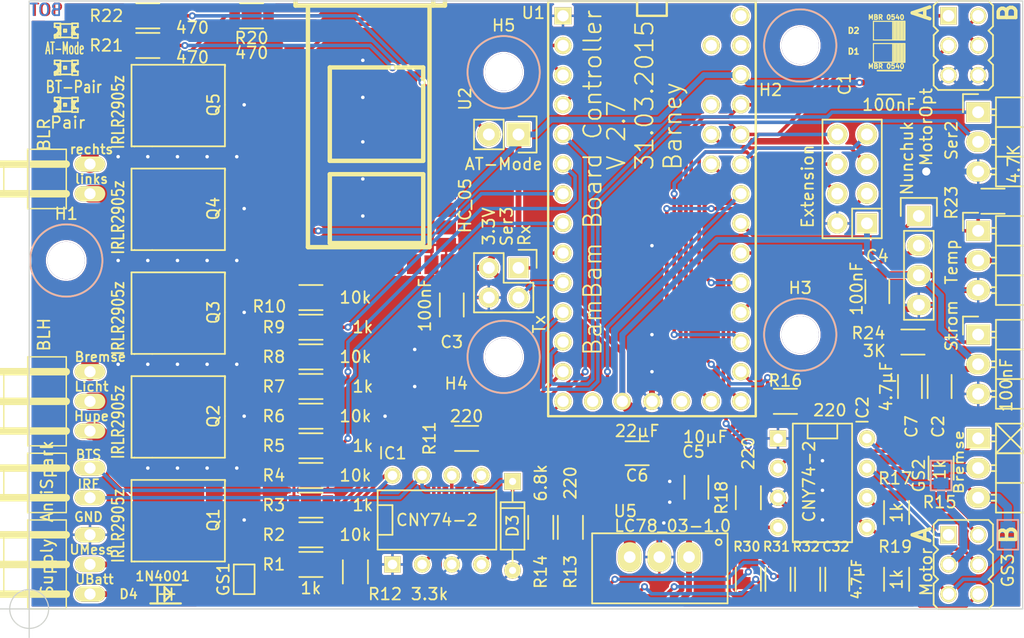
<source format=kicad_pcb>
(kicad_pcb (version 4) (host pcbnew "(2015-01-16 BZR 5376)-product")
  (layers (0 F.Cu signal hide) (31 B.Cu signal) (34 B.Paste user hide) (35 F.Paste user hide) (36 B.SilkS user) (37 F.SilkS user) (38 B.Mask user) (39 F.Mask user) (44 Edge.Cuts user))
  (net 0 "")
  (net 1 "Net-(U1-PadAGND)")
  (net 2 "Net-(U1-PadAREF)")
  (net 3 GND)
  (net 4 "Net-(U1-PadPGM)")
  (net 5 "Net-(U1-PadVBAT)")
  (net 6 "Net-(U1-PadVIN)")
  (net 7 "Net-(U1-PadVUSB)")
  (net 8 "Net-(U2-Pad3)")
  (net 9 "Net-(U2-Pad4)")
  (net 10 "Net-(U2-Pad5)")
  (net 11 "Net-(U2-Pad6)")
  (net 12 "Net-(U2-Pad7)")
  (net 13 "Net-(U2-Pad8)")
  (net 14 "Net-(U2-Pad9)")
  (net 15 "Net-(U2-Pad10)")
  (net 16 "Net-(U2-Pad11)")
  (net 17 "Net-(U2-Pad14)")
  (net 18 "Net-(U2-Pad15)")
  (net 19 "Net-(U2-Pad16)")
  (net 20 "Net-(U2-Pad17)")
  (net 21 "Net-(U2-Pad18)")
  (net 22 "Net-(U2-Pad19)")
  (net 23 "Net-(U2-Pad20)")
  (net 24 "Net-(U2-Pad23)")
  (net 25 "Net-(U2-Pad24)")
  (net 26 "Net-(U2-Pad25)")
  (net 27 "Net-(U2-Pad26)")
  (net 28 "Net-(U2-Pad27)")
  (net 29 "Net-(U2-Pad28)")
  (net 30 "Net-(U2-Pad29)")
  (net 31 "Net-(U2-Pad30)")
  (net 32 "Net-(U2-Pad33)")
  (net 33 "Net-(Q1-PadG)")
  (net 34 /Tx_1)
  (net 35 /Rx_1)
  (net 36 "Net-(Q2-PadG)")
  (net 37 "Net-(Q3-PadG)")
  (net 38 "Net-(Q4-PadG)")
  (net 39 "Net-(Q5-PadG)")
  (net 40 +3V3)
  (net 41 "Net-(D1-Pad2)")
  (net 42 "Net-(IC1-Pad5)")
  (net 43 /A14)
  (net 44 /A11)
  (net 45 /A10)
  (net 46 /A3)
  (net 47 /A7)
  (net 48 /A1)
  (net 49 /Pairing)
  (net 50 /Rx3)
  (net 51 /Tx3)
  (net 52 /Rx2)
  (net 53 /Tx2)
  (net 54 /Temp)
  (net 55 /UbMess)
  (net 56 /IMess)
  (net 57 /SDA)
  (net 58 /SCL)
  (net 59 "Net-(D2-Pad2)")
  (net 60 "Net-(D3-Pad2)")
  (net 61 Hupe)
  (net 62 Motorst_A)
  (net 63 Motorst_B)
  (net 64 Licht)
  (net 65 Bremse)
  (net 66 Blinker_L)
  (net 67 Blinker_R)
  (net 68 PWM_Power)
  (net 69 Brems_Servo)
  (net 70 "Net-(GS3-Pad1)")
  (net 71 UBatt)
  (net 72 "Net-(AT-Mode1-Pad2)")
  (net 73 "Net-(R20-Pad2)")
  (net 74 "Net-(R21-Pad1)")
  (net 75 "Net-(R21-Pad2)")
  (net 76 "Net-(R22-Pad1)")
  (net 77 "Net-(R22-Pad2)")
  (net 78 "Net-(GS1-Pad2)")
  (net 79 "Net-(IC1-Pad2)")
  (net 80 "Net-(IC1-Pad4)")
  (net 81 "Net-(IC1-Pad8)")
  (net 82 "Net-(IC2-Pad2)")
  (net 83 "Net-(IC2-Pad4)")
  (net 84 "Net-(R24-Pad1)")
  (net 85 /UBattD)
  (net 86 "/BamBam BoardController/Brems_Vcc")
  (net 87 "/BamBam BoardController/BEC_A-5V")
  (net 88 "/BamBam BoardController/GND_BEC_A")
  (net 89 "/BamBam BoardController/Motor_Opto_B")
  (net 90 "/BamBam BoardController/BEC_B-5V")
  (net 91 "/BamBam BoardController/Motor_Opto_A")
  (net 92 "/BamBam BoardController/GND_BEC_B")
  (net 93 "/BamBam BoardController/Hupe_Out")
  (net 94 "/BamBam BoardController/Licht_Out")
  (net 95 "/BamBam BoardController/Bremse_Out")
  (net 96 "/BamBam BoardController/Blinker_L_Out")
  (net 97 "/BamBam BoardController/Blinker_R_Out")
  (module packages:con-pss254_reichelt-02W (layer F.Cu) (at 92.075 117.475 90)
    (fp_text reference X3 hide)
    (fp_text value AntiSpark (at 2.667 -1.651 270) (layer F.SilkS))
    (pad P$1 thru_hole oval (at 1.27 2.032 90) (size 1.30556 2.61366) (drill 0.965) (layers *.Cu *.Mask F.SilkS) (net 60 "Net-(D3-Pad2)"))
    (pad P$2 thru_hole oval (at 3.81 2.032 90) (size 1.30556 2.61366) (drill 0.965) (layers *.Cu *.Mask F.SilkS) (net 81 "Net-(IC1-Pad8)"))
  )
  (module w_rf_modules:ITEAD_HC-05 (layer F.Cu) (at 118.11 82.55)
    (fp_text reference U2 (at 8.128 -0.508 90) (layer F.SilkS))
    (fp_text value HC_05 (at 8.128 8.636 90) (layer F.SilkS))
    (pad 11 smd rect (at -6.49986 8.99922) (size 1.69926 1.19888) (layers F.Cu F.Paste F.Mask) (net 16 "Net-(U2-Pad11)"))
    (pad 12 smd rect (at -6.49986 10.50036) (size 1.69926 1.19888) (layers F.Cu F.Paste F.Mask) (net 40 +3V3))
    (pad 13 smd rect (at -6.49986 11.99896) (size 1.69926 1.19888) (layers F.Cu F.Paste F.Mask) (net 3 GND))
    (pad 10 smd rect (at -6.49986 7.50062) (size 1.69926 1.19888) (layers F.Cu F.Paste F.Mask) (net 15 "Net-(U2-Pad10)"))
    (pad 9 smd rect (at -6.49986 5.99948) (size 1.69926 1.19888) (layers F.Cu F.Paste F.Mask) (net 14 "Net-(U2-Pad9)"))
    (pad 8 smd rect (at -6.49986 4.50088) (size 1.69926 1.19888) (layers F.Cu F.Paste F.Mask) (net 13 "Net-(U2-Pad8)"))
    (pad 7 smd rect (at -6.49986 2.99974) (size 1.69926 1.19888) (layers F.Cu F.Paste F.Mask) (net 12 "Net-(U2-Pad7)"))
    (pad 6 smd rect (at -6.49986 1.50114) (size 1.69926 1.19888) (layers F.Cu F.Paste F.Mask) (net 11 "Net-(U2-Pad6)"))
    (pad 5 smd rect (at -6.49986 0) (size 1.69926 1.19888) (layers F.Cu F.Paste F.Mask) (net 10 "Net-(U2-Pad5)"))
    (pad 4 smd rect (at -6.49986 -1.50114) (size 1.69926 1.19888) (layers F.Cu F.Paste F.Mask) (net 9 "Net-(U2-Pad4)"))
    (pad 3 smd rect (at -6.49986 -2.99974) (size 1.69926 1.19888) (layers F.Cu F.Paste F.Mask) (net 8 "Net-(U2-Pad3)"))
    (pad 2 smd rect (at -6.49986 -4.50088) (size 1.69926 1.19888) (layers F.Cu F.Paste F.Mask) (net 35 /Rx_1))
    (pad 1 smd rect (at -6.49986 -5.99948) (size 1.69926 1.19888) (layers F.Cu F.Paste F.Mask) (net 34 /Tx_1))
    (pad 14 smd rect (at -5.25018 13.69568) (size 1.19888 1.59766) (layers F.Cu F.Paste F.Mask) (net 17 "Net-(U2-Pad14)"))
    (pad 15 smd rect (at -3.7465 13.64996) (size 1.19888 1.69926) (layers F.Cu F.Paste F.Mask) (net 18 "Net-(U2-Pad15)"))
    (pad 16 smd rect (at -2.2479 13.64996) (size 1.19888 1.69926) (layers F.Cu F.Paste F.Mask) (net 19 "Net-(U2-Pad16)"))
    (pad 17 smd rect (at -0.7493 13.64996) (size 1.19888 1.69926) (layers F.Cu F.Paste F.Mask) (net 20 "Net-(U2-Pad17)"))
    (pad 18 smd rect (at 0.7493 13.64996) (size 1.19888 1.69926) (layers F.Cu F.Paste F.Mask) (net 21 "Net-(U2-Pad18)"))
    (pad 19 smd rect (at 2.2479 13.64996) (size 1.19888 1.69926) (layers F.Cu F.Paste F.Mask) (net 22 "Net-(U2-Pad19)"))
    (pad 20 smd rect (at 3.7465 13.64996) (size 1.19888 1.69926) (layers F.Cu F.Paste F.Mask) (net 23 "Net-(U2-Pad20)"))
    (pad 21 smd rect (at 5.2451 13.69822) (size 1.19888 1.59766) (layers F.Cu F.Paste F.Mask) (net 3 GND))
    (pad 22 smd rect (at 6.49986 11.99896) (size 1.69926 1.19888) (layers F.Cu F.Paste F.Mask) (net 3 GND))
    (pad 23 smd rect (at 6.49986 10.50036) (size 1.69926 1.19888) (layers F.Cu F.Paste F.Mask) (net 24 "Net-(U2-Pad23)"))
    (pad 24 smd rect (at 6.49986 8.99668) (size 1.69926 1.19888) (layers F.Cu F.Paste F.Mask) (net 25 "Net-(U2-Pad24)"))
    (pad 25 smd rect (at 6.49986 7.50062) (size 1.69926 1.19888) (layers F.Cu F.Paste F.Mask) (net 26 "Net-(U2-Pad25)"))
    (pad 26 smd rect (at 6.49986 5.99948) (size 1.69926 1.19888) (layers F.Cu F.Paste F.Mask) (net 27 "Net-(U2-Pad26)"))
    (pad 27 smd rect (at 6.49986 4.50088) (size 1.69926 1.19888) (layers F.Cu F.Paste F.Mask) (net 28 "Net-(U2-Pad27)"))
    (pad 28 smd rect (at 6.49986 2.99974) (size 1.69926 1.19888) (layers F.Cu F.Paste F.Mask) (net 29 "Net-(U2-Pad28)"))
    (pad 29 smd rect (at 6.49986 1.50114) (size 1.69926 1.19888) (layers F.Cu F.Paste F.Mask) (net 30 "Net-(U2-Pad29)"))
    (pad 30 smd rect (at 6.49986 0) (size 1.69926 1.19888) (layers F.Cu F.Paste F.Mask) (net 31 "Net-(U2-Pad30)"))
    (pad 31 smd rect (at 6.49986 -1.50114) (size 1.69926 1.19888) (layers F.Cu F.Paste F.Mask) (net 76 "Net-(R22-Pad1)"))
    (pad 32 smd rect (at 6.49986 -2.99974) (size 1.69926 1.19888) (layers F.Cu F.Paste F.Mask) (net 74 "Net-(R21-Pad1)"))
    (pad 33 smd rect (at 6.49986 -4.50088) (size 1.69926 1.19888) (layers F.Cu F.Paste F.Mask) (net 32 "Net-(U2-Pad33)"))
    (pad 34 smd rect (at 6.49986 -5.99948) (size 1.69926 1.19888) (layers F.Cu F.Paste F.Mask) (net 72 "Net-(AT-Mode1-Pad2)"))
  )
  (module Teensy_3_Series_Board_v1.0:Teensy_3_Series_Board_v1.0-TEENSY_3.1+4 (layer F.Cu) (at 142.24 92.71)
    (fp_text reference U1 (at -10.16 -18.034) (layer F.SilkS))
    (fp_text value TEENSY_3.1+4 hide)
    (pad 0 thru_hole circle (at -7.62 -15.24) (size 1.4732 1.4732) (drill 0.9652) (layers *.Cu *.Mask F.SilkS) (net 34 /Tx_1))
    (pad 1 thru_hole circle (at -7.62 -12.7) (size 1.4732 1.4732) (drill 0.9652) (layers *.Cu *.Mask F.SilkS) (net 35 /Rx_1))
    (pad 2 thru_hole circle (at -7.62 -10.16) (size 1.4732 1.4732) (drill 0.9652) (layers *.Cu *.Mask F.SilkS) (net 49 /Pairing))
    (pad 3 thru_hole circle (at -7.62 -7.62) (size 1.4732 1.4732) (drill 0.9652) (layers *.Cu *.Mask F.SilkS) (net 61 Hupe))
    (pad 3.3V thru_hole circle (at 7.62 -12.7) (size 1.4732 1.4732) (drill 0.9652) (layers *.Cu *.Mask F.SilkS) (net 40 +3V3))
    (pad 3.3V thru_hole circle (at -2.54 15.24) (size 1.4732 1.4732) (drill 0.9652) (layers *.Cu *.Mask F.SilkS) (net 40 +3V3))
    (pad 4 thru_hole circle (at -7.62 -5.08) (size 1.4732 1.4732) (drill 0.9652) (layers *.Cu *.Mask F.SilkS) (net 66 Blinker_L))
    (pad 5 thru_hole circle (at -7.62 -2.54) (size 1.4732 1.4732) (drill 0.9652) (layers *.Cu *.Mask F.SilkS) (net 67 Blinker_R))
    (pad 6 thru_hole circle (at -7.62 0) (size 1.4732 1.4732) (drill 0.9652) (layers *.Cu *.Mask F.SilkS) (net 65 Bremse))
    (pad 7 thru_hole circle (at -7.62 2.54) (size 1.4732 1.4732) (drill 0.9652) (layers *.Cu *.Mask F.SilkS) (net 50 /Rx3))
    (pad 8 thru_hole circle (at -7.62 5.08) (size 1.4732 1.4732) (drill 0.9652) (layers *.Cu *.Mask F.SilkS) (net 51 /Tx3))
    (pad 9 thru_hole circle (at -7.62 7.62) (size 1.4732 1.4732) (drill 0.9652) (layers *.Cu *.Mask F.SilkS) (net 52 /Rx2))
    (pad 10 thru_hole circle (at -7.62 10.16) (size 1.4732 1.4732) (drill 0.9652) (layers *.Cu *.Mask F.SilkS) (net 53 /Tx2))
    (pad 11 thru_hole circle (at -7.62 12.7) (size 1.4732 1.4732) (drill 0.9652) (layers *.Cu *.Mask F.SilkS) (net 64 Licht))
    (pad 12 thru_hole circle (at -7.62 15.24) (size 1.4732 1.4732) (drill 0.9652) (layers *.Cu *.Mask F.SilkS) (net 68 PWM_Power))
    (pad 13 thru_hole circle (at 7.62 15.24) (size 1.4732 1.4732) (drill 0.9652) (layers *.Cu *.Mask F.SilkS) (net 54 /Temp))
    (pad 14/A thru_hole circle (at 7.62 12.7) (size 1.4732 1.4732) (drill 0.9652) (layers *.Cu *.Mask F.SilkS) (net 55 /UbMess))
    (pad 15/A thru_hole circle (at 7.62 10.16) (size 1.4732 1.4732) (drill 0.9652) (layers *.Cu *.Mask F.SilkS) (net 48 /A1))
    (pad 16/A thru_hole circle (at 7.62 7.62) (size 1.4732 1.4732) (drill 0.9652) (layers *.Cu *.Mask F.SilkS) (net 56 /IMess))
    (pad 17/A thru_hole circle (at 7.62 5.08) (size 1.4732 1.4732) (drill 0.9652) (layers *.Cu *.Mask F.SilkS) (net 46 /A3))
    (pad 18/A thru_hole circle (at 7.62 2.54) (size 1.4732 1.4732) (drill 0.9652) (layers *.Cu *.Mask F.SilkS) (net 57 /SDA))
    (pad 19/A thru_hole circle (at 7.62 0) (size 1.4732 1.4732) (drill 0.9652) (layers *.Cu *.Mask F.SilkS) (net 58 /SCL))
    (pad 20/A thru_hole circle (at 7.62 -2.54) (size 1.4732 1.4732) (drill 0.9652) (layers *.Cu *.Mask F.SilkS) (net 69 Brems_Servo))
    (pad 21/A thru_hole circle (at 7.62 -5.08) (size 1.4732 1.4732) (drill 0.9652) (layers *.Cu *.Mask F.SilkS) (net 47 /A7))
    (pad 22/A thru_hole circle (at 7.62 -7.62) (size 1.4732 1.4732) (drill 0.9652) (layers *.Cu *.Mask F.SilkS) (net 63 Motorst_B))
    (pad 23/A thru_hole circle (at 7.62 -10.16) (size 1.4732 1.4732) (drill 0.9652) (layers *.Cu *.Mask F.SilkS) (net 62 Motorst_A))
    (pad A10 thru_hole circle (at 5.08 -7.62) (size 1.4732 1.4732) (drill 0.9652) (layers *.Cu *.Mask F.SilkS) (net 45 /A10))
    (pad A11 thru_hole circle (at 5.08 -5.08) (size 1.4732 1.4732) (drill 0.9652) (layers *.Cu *.Mask F.SilkS) (net 44 /A11))
    (pad A14 thru_hole circle (at 5.08 15.24) (size 1.4732 1.4732) (drill 0.9652) (layers *.Cu *.Mask F.SilkS) (net 43 /A14))
    (pad AGND thru_hole circle (at 7.62 -15.24) (size 1.4732 1.4732) (drill 0.9652) (layers *.Cu *.Mask F.SilkS) (net 1 "Net-(U1-PadAGND)"))
    (pad AREF thru_hole circle (at 5.08 -10.16) (size 1.4732 1.4732) (drill 0.9652) (layers *.Cu *.Mask F.SilkS) (net 2 "Net-(U1-PadAREF)"))
    (pad GND thru_hole rect (at -7.62 -17.78) (size 1.4732 1.4732) (drill 0.9652) (layers *.Cu *.Mask F.SilkS) (net 3 GND))
    (pad GND1 thru_hole circle (at 0 15.24) (size 1.4732 1.4732) (drill 0.9652) (layers *.Cu *.Mask F.SilkS) (net 3 GND))
    (pad PGM thru_hole circle (at 2.54 15.24) (size 1.4732 1.4732) (drill 0.9652) (layers *.Cu *.Mask F.SilkS) (net 4 "Net-(U1-PadPGM)"))
    (pad VBAT thru_hole circle (at -5.08 15.24) (size 1.4732 1.4732) (drill 0.9652) (layers *.Cu *.Mask F.SilkS) (net 5 "Net-(U1-PadVBAT)"))
    (pad VIN thru_hole circle (at 7.62 -17.78) (size 1.4732 1.4732) (drill 0.9652) (layers *.Cu *.Mask F.SilkS) (net 6 "Net-(U1-PadVIN)"))
    (pad VUSB thru_hole circle (at 5.08 -15.24) (size 1.4732 1.4732) (drill 0.9652) (layers *.Cu *.Mask F.SilkS) (net 7 "Net-(U1-PadVUSB)"))
  )
  (module packages:SOD123F-REFLOW (layer F.Cu) (at 100.584 124.46)
    (fp_text reference D4 (at -3.175 0) (layer F.SilkS) (effects (font (size 0.8 0.8))))
    (fp_text value 1N4001 (at -0.254 -1.524) (layer F.SilkS) (effects (font (size 0.8 0.8))))
    (pad 1 smd rect (at -1.45034 0) (size 1.19888 1.19888) (layers F.Cu F.Paste F.Mask) (net 71 UBatt))
    (pad 2 smd rect (at 1.45034 0) (size 1.19888 1.19888) (layers F.Cu F.Paste F.Mask) (net 85 /UBattD))
  )
  (module Capacitors_SMD:C_1206 (layer F.Cu) (at 158.115 123.19 90)
    (fp_text reference C32 (at 2.794 -0.127 180) (layer F.SilkS) (effects (font (size 0.8 0.8))))
    (fp_text value 4.7µF (at 0 1.651 90) (layer F.SilkS) (effects (font (size 0.8 0.8))))
    (pad 1 smd rect (at -1.5 0 90) (size 1 1.6) (layers F.Cu F.Paste F.Mask) (net 55 /UbMess))
    (pad 2 smd rect (at 1.5 0 90) (size 1 1.6) (layers F.Cu F.Paste F.Mask) (net 3 GND))
  )
  (module packages:Gaptec-LC78_03 (layer F.Cu) (at 142.875 121.285 180)
    (fp_text reference U5 (at 2.921 3.937 180) (layer F.SilkS))
    (fp_text value LC78_03-1.0 (at -1.143 2.667 180) (layer F.SilkS))
    (pad 2 thru_hole oval (at 0 0 180) (size 2.032 2.54) (drill 1) (layers *.Cu *.Mask F.SilkS) (net 3 GND))
    (pad 3 thru_hole oval (at 2.54 0 180) (size 2.032 2.54) (drill 1) (layers *.Cu *.Mask F.SilkS) (net 40 +3V3))
    (pad 1 thru_hole oval (at -2.54 0 180) (size 2.032 2.54) (drill 1) (layers *.Cu *.Mask F.SilkS) (net 85 /UBattD))
  )
  (module GS2 (layer B.Cu) (at 167.005 114.3 180)
    (fp_text reference GS2 (at 1.905 0 270) (layer F.SilkS))
    (fp_text value GS2 hide)
    (pad 1 smd rect (at 0 0.635 180) (size 1.27 0.9652) (layers B.Cu B.Paste B.Mask) (net 86 "/BamBam BoardController/Brems_Vcc"))
    (pad 2 smd rect (at 0 -0.635 180) (size 1.27 0.9652) (layers B.Cu B.Paste B.Mask) (net 87 "/BamBam BoardController/BEC_A-5V"))
  )
  (module Resistors_SMD:R_1206 (layer F.Cu) (at 113.03 121.92)
    (fp_text reference R1 (at -3.175 0) (layer F.SilkS))
    (fp_text value 1k (at 0 2.032) (layer F.SilkS))
    (pad 1 smd rect (at -1.45 0) (size 0.9 1.7) (layers F.Cu F.Paste F.Mask) (net 33 "Net-(Q1-PadG)"))
    (pad 2 smd rect (at 1.45 0) (size 0.9 1.7) (layers F.Cu F.Paste F.Mask) (net 61 Hupe))
  )
  (module SMD_Packages:DPAK-3_GDS (layer F.Cu) (at 104.775 118.11 90)
    (fp_text reference Q1 (at 0 -0.09906 90) (layer F.SilkS))
    (fp_text value IRLR2905z (at -0.508 -8.255 90) (layer F.SilkS) (effects (font (size 1 0.8))))
    (pad G smd rect (at -2.286 2.413 90) (size 1.651 3.048) (layers F.Cu F.Paste F.Mask) (net 33 "Net-(Q1-PadG)"))
    (pad D smd rect (at 0 -3.937 90) (size 6.096 6.096) (layers F.Cu F.Paste F.Mask) (net 93 "/BamBam BoardController/Hupe_Out"))
    (pad S smd rect (at 2.286 2.413 90) (size 1.651 3.048) (layers F.Cu F.Paste F.Mask) (net 3 GND))
  )
  (module Resistors_SMD:R_1206 (layer F.Cu) (at 113.03 119.38)
    (fp_text reference R2 (at -3.175 0) (layer F.SilkS))
    (fp_text value 10k (at 3.81 0) (layer F.SilkS))
    (pad 1 smd rect (at -1.45 0) (size 0.9 1.7) (layers F.Cu F.Paste F.Mask) (net 33 "Net-(Q1-PadG)"))
    (pad 2 smd rect (at 1.45 0) (size 0.9 1.7) (layers F.Cu F.Paste F.Mask) (net 3 GND))
  )
  (module Resistors_SMD:R_1206 (layer F.Cu) (at 113.03 116.84)
    (fp_text reference R3 (at -3.175 0) (layer F.SilkS))
    (fp_text value 1k (at 4.445 0) (layer F.SilkS))
    (pad 1 smd rect (at -1.45 0) (size 0.9 1.7) (layers F.Cu F.Paste F.Mask) (net 36 "Net-(Q2-PadG)"))
    (pad 2 smd rect (at 1.45 0) (size 0.9 1.7) (layers F.Cu F.Paste F.Mask) (net 64 Licht))
  )
  (module SMD_Packages:DPAK-3_GDS (layer F.Cu) (at 104.775 109.22 90)
    (fp_text reference Q2 (at 0 -0.09906 90) (layer F.SilkS))
    (fp_text value IRLR2905z (at -0.508 -8.255 90) (layer F.SilkS) (effects (font (size 1 0.8))))
    (pad G smd rect (at -2.286 2.413 90) (size 1.651 3.048) (layers F.Cu F.Paste F.Mask) (net 36 "Net-(Q2-PadG)"))
    (pad D smd rect (at 0 -3.937 90) (size 6.096 6.096) (layers F.Cu F.Paste F.Mask) (net 94 "/BamBam BoardController/Licht_Out"))
    (pad S smd rect (at 2.286 2.413 90) (size 1.651 3.048) (layers F.Cu F.Paste F.Mask) (net 3 GND))
  )
  (module SMD_Packages:DPAK-3_GDS (layer F.Cu) (at 104.775 100.33 90)
    (fp_text reference Q3 (at 0 -0.09906 90) (layer F.SilkS))
    (fp_text value IRLR2905z (at -0.508 -8.255 90) (layer F.SilkS) (effects (font (size 1 0.8))))
    (pad G smd rect (at -2.286 2.413 90) (size 1.651 3.048) (layers F.Cu F.Paste F.Mask) (net 37 "Net-(Q3-PadG)"))
    (pad D smd rect (at 0 -3.937 90) (size 6.096 6.096) (layers F.Cu F.Paste F.Mask) (net 95 "/BamBam BoardController/Bremse_Out"))
    (pad S smd rect (at 2.286 2.413 90) (size 1.651 3.048) (layers F.Cu F.Paste F.Mask) (net 3 GND))
  )
  (module SMD_Packages:DPAK-3_GDS (layer F.Cu) (at 104.775 91.44 90)
    (fp_text reference Q4 (at 0 -0.09906 90) (layer F.SilkS))
    (fp_text value IRLR2905z (at -0.762 -8.255 90) (layer F.SilkS) (effects (font (size 1 0.8))))
    (pad G smd rect (at -2.286 2.413 90) (size 1.651 3.048) (layers F.Cu F.Paste F.Mask) (net 38 "Net-(Q4-PadG)"))
    (pad D smd rect (at 0 -3.937 90) (size 6.096 6.096) (layers F.Cu F.Paste F.Mask) (net 96 "/BamBam BoardController/Blinker_L_Out"))
    (pad S smd rect (at 2.286 2.413 90) (size 1.651 3.048) (layers F.Cu F.Paste F.Mask) (net 3 GND))
  )
  (module SMD_Packages:DPAK-3_GDS (layer F.Cu) (at 104.775 82.55 90)
    (fp_text reference Q5 (at 0 -0.09906 90) (layer F.SilkS))
    (fp_text value IRLR2905z (at -0.635 -8.255 90) (layer F.SilkS) (effects (font (size 1 0.8))))
    (pad G smd rect (at -2.286 2.413 90) (size 1.651 3.048) (layers F.Cu F.Paste F.Mask) (net 39 "Net-(Q5-PadG)"))
    (pad D smd rect (at 0 -3.937 90) (size 6.096 6.096) (layers F.Cu F.Paste F.Mask) (net 97 "/BamBam BoardController/Blinker_R_Out"))
    (pad S smd rect (at 2.286 2.413 90) (size 1.651 3.048) (layers F.Cu F.Paste F.Mask) (net 3 GND))
  )
  (module Resistors_SMD:R_1206 (layer F.Cu) (at 113.03 114.3)
    (fp_text reference R4 (at -3.175 0) (layer F.SilkS))
    (fp_text value 10k (at 3.81 0) (layer F.SilkS))
    (pad 1 smd rect (at -1.45 0) (size 0.9 1.7) (layers F.Cu F.Paste F.Mask) (net 36 "Net-(Q2-PadG)"))
    (pad 2 smd rect (at 1.45 0) (size 0.9 1.7) (layers F.Cu F.Paste F.Mask) (net 3 GND))
  )
  (module Resistors_SMD:R_1206 (layer F.Cu) (at 113.03 111.76)
    (fp_text reference R5 (at -3.175 0) (layer F.SilkS))
    (fp_text value 1k (at 4.445 0) (layer F.SilkS))
    (pad 1 smd rect (at -1.45 0) (size 0.9 1.7) (layers F.Cu F.Paste F.Mask) (net 37 "Net-(Q3-PadG)"))
    (pad 2 smd rect (at 1.45 0) (size 0.9 1.7) (layers F.Cu F.Paste F.Mask) (net 65 Bremse))
  )
  (module Resistors_SMD:R_1206 (layer F.Cu) (at 113.03 109.22)
    (fp_text reference R6 (at -3.175 0) (layer F.SilkS))
    (fp_text value 10k (at 3.81 0) (layer F.SilkS))
    (pad 1 smd rect (at -1.45 0) (size 0.9 1.7) (layers F.Cu F.Paste F.Mask) (net 37 "Net-(Q3-PadG)"))
    (pad 2 smd rect (at 1.45 0) (size 0.9 1.7) (layers F.Cu F.Paste F.Mask) (net 3 GND))
  )
  (module Resistors_SMD:R_1206 (layer F.Cu) (at 113.03 106.68)
    (fp_text reference R7 (at -3.175 0) (layer F.SilkS))
    (fp_text value 1k (at 4.445 0) (layer F.SilkS))
    (pad 1 smd rect (at -1.45 0) (size 0.9 1.7) (layers F.Cu F.Paste F.Mask) (net 38 "Net-(Q4-PadG)"))
    (pad 2 smd rect (at 1.45 0) (size 0.9 1.7) (layers F.Cu F.Paste F.Mask) (net 66 Blinker_L))
  )
  (module Resistors_SMD:R_1206 (layer F.Cu) (at 113.03 104.14)
    (fp_text reference R8 (at -3.175 0) (layer F.SilkS))
    (fp_text value 10k (at 3.81 0) (layer F.SilkS))
    (pad 1 smd rect (at -1.45 0) (size 0.9 1.7) (layers F.Cu F.Paste F.Mask) (net 38 "Net-(Q4-PadG)"))
    (pad 2 smd rect (at 1.45 0) (size 0.9 1.7) (layers F.Cu F.Paste F.Mask) (net 3 GND))
  )
  (module Resistors_SMD:R_1206 (layer F.Cu) (at 113.03 101.6)
    (fp_text reference R9 (at -3.175 0) (layer F.SilkS))
    (fp_text value 1k (at 4.445 0) (layer F.SilkS))
    (pad 1 smd rect (at -1.45 0) (size 0.9 1.7) (layers F.Cu F.Paste F.Mask) (net 39 "Net-(Q5-PadG)"))
    (pad 2 smd rect (at 1.45 0) (size 0.9 1.7) (layers F.Cu F.Paste F.Mask) (net 67 Blinker_R))
  )
  (module Resistors_SMD:R_1206 (layer F.Cu) (at 113.03 99.06)
    (fp_text reference R10 (at -3.556 0.762) (layer F.SilkS))
    (fp_text value 10k (at 3.81 0) (layer F.SilkS))
    (pad 1 smd rect (at -1.45 0) (size 0.9 1.7) (layers F.Cu F.Paste F.Mask) (net 39 "Net-(Q5-PadG)"))
    (pad 2 smd rect (at 1.45 0) (size 0.9 1.7) (layers F.Cu F.Paste F.Mask) (net 3 GND))
  )
  (module Sockets_DIP:DIP-8__300 (layer F.Cu) (at 123.825 118.11)
    (fp_text reference IC1 (at -3.81 -5.715 180) (layer F.SilkS))
    (fp_text value CNY74-2 (at 0 0) (layer F.SilkS))
    (pad 1 thru_hole rect (at -3.81 3.81) (size 1.397 1.397) (drill 0.8128) (layers *.Cu *.Mask F.SilkS) (net 3 GND))
    (pad 2 thru_hole circle (at -1.27 3.81) (size 1.397 1.397) (drill 0.8128) (layers *.Cu *.Mask F.SilkS) (net 79 "Net-(IC1-Pad2)"))
    (pad 3 thru_hole circle (at 1.27 3.81) (size 1.397 1.397) (drill 0.8128) (layers *.Cu *.Mask F.SilkS) (net 3 GND))
    (pad 4 thru_hole circle (at 3.81 3.81) (size 1.397 1.397) (drill 0.8128) (layers *.Cu *.Mask F.SilkS) (net 80 "Net-(IC1-Pad4)"))
    (pad 5 thru_hole circle (at 3.81 -3.81) (size 1.397 1.397) (drill 0.8128) (layers *.Cu *.Mask F.SilkS) (net 42 "Net-(IC1-Pad5)"))
    (pad 6 thru_hole circle (at 1.27 -3.81) (size 1.397 1.397) (drill 0.8128) (layers *.Cu *.Mask F.SilkS) (net 86 "/BamBam BoardController/Brems_Vcc"))
    (pad 7 thru_hole circle (at -1.27 -3.81) (size 1.397 1.397) (drill 0.8128) (layers *.Cu *.Mask F.SilkS) (net 60 "Net-(D3-Pad2)"))
    (pad 8 thru_hole circle (at -3.81 -3.81) (size 1.397 1.397) (drill 0.8128) (layers *.Cu *.Mask F.SilkS) (net 81 "Net-(IC1-Pad8)"))
  )
  (module GS2 (layer B.Cu) (at 172.72 119.38 180)
    (fp_text reference GS3 (at 0 -3.048 270) (layer F.SilkS))
    (fp_text value GS2 hide)
    (pad 1 smd rect (at 0 0.635 180) (size 1.27 0.9652) (layers B.Cu B.Paste B.Mask) (net 70 "Net-(GS3-Pad1)"))
    (pad 2 smd rect (at 0 -0.635 180) (size 1.27 0.9652) (layers B.Cu B.Paste B.Mask) (net 88 "/BamBam BoardController/GND_BEC_A"))
  )
  (module Resistors_SMD:R_1206 (layer F.Cu) (at 126.365 111.125)
    (fp_text reference R11 (at -3.175 0 90) (layer F.SilkS))
    (fp_text value 220 (at 0 -1.905) (layer F.SilkS))
    (pad 1 smd rect (at -1.45 0) (size 0.9 1.7) (layers F.Cu F.Paste F.Mask) (net 79 "Net-(IC1-Pad2)"))
    (pad 2 smd rect (at 1.45 0) (size 0.9 1.7) (layers F.Cu F.Paste F.Mask) (net 68 PWM_Power))
  )
  (module Resistors_SMD:R_1206 (layer F.Cu) (at 116.84 122.555 90)
    (fp_text reference R12 (at -1.905 2.54 180) (layer F.SilkS))
    (fp_text value 3.3k (at -1.905 6.35 180) (layer F.SilkS))
    (pad 1 smd rect (at -1.45 0 90) (size 0.9 1.7) (layers F.Cu F.Paste F.Mask) (net 71 UBatt))
    (pad 2 smd rect (at 1.45 0 90) (size 0.9 1.7) (layers F.Cu F.Paste F.Mask) (net 81 "Net-(IC1-Pad8)"))
  )
  (module Resistors_SMD:R_1206 (layer F.Cu) (at 132.715 118.745 270)
    (fp_text reference R13 (at 3.81 -2.54 270) (layer F.SilkS))
    (fp_text value 6.8k (at -3.81 0 270) (layer F.SilkS))
    (pad 1 smd rect (at -1.45 0 270) (size 0.9 1.7) (layers F.Cu F.Paste F.Mask) (net 60 "Net-(D3-Pad2)"))
    (pad 2 smd rect (at 1.45 0 270) (size 0.9 1.7) (layers F.Cu F.Paste F.Mask) (net 3 GND))
  )
  (module Resistors_SMD:R_1206 (layer F.Cu) (at 135.255 118.745 90)
    (fp_text reference R14 (at -3.81 -2.54 90) (layer F.SilkS))
    (fp_text value 220 (at 3.81 0 90) (layer F.SilkS))
    (pad 1 smd rect (at -1.45 0 90) (size 0.9 1.7) (layers F.Cu F.Paste F.Mask) (net 80 "Net-(IC1-Pad4)"))
    (pad 2 smd rect (at 1.45 0 90) (size 0.9 1.7) (layers F.Cu F.Paste F.Mask) (net 69 Brems_Servo))
  )
  (module Resistors_SMD:R_1206 (layer F.Cu) (at 167.005 113.665 270)
    (fp_text reference R15 (at 2.921 0.127 360) (layer F.SilkS))
    (fp_text value 1k (at 0.127 0.127 270) (layer F.SilkS))
    (pad 1 smd rect (at -1.45 0 270) (size 0.9 1.7) (layers F.Cu F.Paste F.Mask) (net 42 "Net-(IC1-Pad5)"))
    (pad 2 smd rect (at 1.45 0 270) (size 0.9 1.7) (layers F.Cu F.Paste F.Mask) (net 70 "Net-(GS3-Pad1)"))
  )
  (module Pin_Headers:Pin_Header_Straight_2x04 (layer F.Cu) (at 159.385 88.9 90)
    (fp_text reference Extension1 hide)
    (fp_text value Extension (at -0.635 -3.81 90) (layer F.SilkS))
    (pad 1 thru_hole rect (at -3.81 1.27 90) (size 1.7272 1.7272) (drill 1.016) (layers *.Cu *.Mask F.SilkS) (net 40 +3V3))
    (pad 2 thru_hole oval (at -3.81 -1.27 90) (size 1.7272 1.7272) (drill 1.016) (layers *.Cu *.Mask F.SilkS) (net 3 GND))
    (pad 3 thru_hole oval (at -1.27 1.27 90) (size 1.7272 1.7272) (drill 1.016) (layers *.Cu *.Mask F.SilkS) (net 43 /A14))
    (pad 4 thru_hole oval (at -1.27 -1.27 90) (size 1.7272 1.7272) (drill 1.016) (layers *.Cu *.Mask F.SilkS) (net 44 /A11))
    (pad 5 thru_hole oval (at 1.27 1.27 90) (size 1.7272 1.7272) (drill 1.016) (layers *.Cu *.Mask F.SilkS) (net 45 /A10))
    (pad 6 thru_hole oval (at 1.27 -1.27 90) (size 1.7272 1.7272) (drill 1.016) (layers *.Cu *.Mask F.SilkS) (net 46 /A3))
    (pad 7 thru_hole oval (at 3.81 1.27 90) (size 1.7272 1.7272) (drill 1.016) (layers *.Cu *.Mask F.SilkS) (net 47 /A7))
    (pad 8 thru_hole oval (at 3.81 -1.27 90) (size 1.7272 1.7272) (drill 1.016) (layers *.Cu *.Mask F.SilkS) (net 48 /A1))
  )
  (module Sockets_DIP:DIP-8__300 (layer F.Cu) (at 156.845 114.935 270)
    (fp_text reference IC2 (at -6.223 -3.429 270) (layer F.SilkS))
    (fp_text value CNY74-2 (at -0.127 1.143 270) (layer F.SilkS))
    (pad 1 thru_hole rect (at -3.81 3.81 270) (size 1.397 1.397) (drill 0.8128) (layers *.Cu *.Mask F.SilkS) (net 3 GND))
    (pad 2 thru_hole circle (at -1.27 3.81 270) (size 1.397 1.397) (drill 0.8128) (layers *.Cu *.Mask F.SilkS) (net 82 "Net-(IC2-Pad2)"))
    (pad 3 thru_hole circle (at 1.27 3.81 270) (size 1.397 1.397) (drill 0.8128) (layers *.Cu *.Mask F.SilkS) (net 3 GND))
    (pad 4 thru_hole circle (at 3.81 3.81 270) (size 1.397 1.397) (drill 0.8128) (layers *.Cu *.Mask F.SilkS) (net 83 "Net-(IC2-Pad4)"))
    (pad 5 thru_hole circle (at 3.81 -3.81 270) (size 1.397 1.397) (drill 0.8128) (layers *.Cu *.Mask F.SilkS) (net 89 "/BamBam BoardController/Motor_Opto_B"))
    (pad 6 thru_hole circle (at 1.27 -3.81 270) (size 1.397 1.397) (drill 0.8128) (layers *.Cu *.Mask F.SilkS) (net 90 "/BamBam BoardController/BEC_B-5V"))
    (pad 7 thru_hole circle (at -1.27 -3.81 270) (size 1.397 1.397) (drill 0.8128) (layers *.Cu *.Mask F.SilkS) (net 91 "/BamBam BoardController/Motor_Opto_A"))
    (pad 8 thru_hole circle (at -3.81 -3.81 270) (size 1.397 1.397) (drill 0.8128) (layers *.Cu *.Mask F.SilkS) (net 87 "/BamBam BoardController/BEC_A-5V"))
  )
  (module Resistors_SMD:R_1206 (layer F.Cu) (at 153.67 107.95 180)
    (fp_text reference R16 (at 0 1.778 180) (layer F.SilkS))
    (fp_text value 220 (at -3.81 -0.762 180) (layer F.SilkS))
    (pad 1 smd rect (at -1.45 0 180) (size 0.9 1.7) (layers F.Cu F.Paste F.Mask) (net 82 "Net-(IC2-Pad2)"))
    (pad 2 smd rect (at 1.45 0 180) (size 0.9 1.7) (layers F.Cu F.Paste F.Mask) (net 62 Motorst_A))
  )
  (module Resistors_SMD:R_1206 (layer F.Cu) (at 163.195 117.475 270)
    (fp_text reference R17 (at -2.921 0.127 360) (layer F.SilkS))
    (fp_text value 1k (at 0 0 270) (layer F.SilkS))
    (pad 1 smd rect (at -1.45 0 270) (size 0.9 1.7) (layers F.Cu F.Paste F.Mask) (net 91 "/BamBam BoardController/Motor_Opto_A"))
    (pad 2 smd rect (at 1.45 0 270) (size 0.9 1.7) (layers F.Cu F.Paste F.Mask) (net 88 "/BamBam BoardController/GND_BEC_A"))
  )
  (module Pin_Headers:Pin_Header_Angled_1x03 (layer F.Cu) (at 170.18 113.665 270)
    (fp_text reference P1 hide)
    (fp_text value Bremse (at -0.508 1.651 270) (layer F.SilkS) (effects (font (size 0.8 1))))
    (pad 1 thru_hole rect (at -2.54 0 270) (size 1.7272 2.032) (drill 1.016) (layers *.Cu *.Mask F.SilkS) (net 42 "Net-(IC1-Pad5)"))
    (pad 2 thru_hole oval (at 0 0 270) (size 1.7272 2.032) (drill 1.016) (layers *.Cu *.Mask F.SilkS) (net 86 "/BamBam BoardController/Brems_Vcc"))
    (pad 3 thru_hole oval (at 2.54 0 270) (size 1.7272 2.032) (drill 1.016) (layers *.Cu *.Mask F.SilkS) (net 70 "Net-(GS3-Pad1)"))
  )
  (module Resistors_SMD:R_1206 (layer F.Cu) (at 150.495 116.205 90)
    (fp_text reference R18 (at 0 -2.3 90) (layer F.SilkS))
    (fp_text value 220 (at 3.81 0 90) (layer F.SilkS))
    (pad 1 smd rect (at -1.45 0 90) (size 0.9 1.7) (layers F.Cu F.Paste F.Mask) (net 83 "Net-(IC2-Pad4)"))
    (pad 2 smd rect (at 1.45 0 90) (size 0.9 1.7) (layers F.Cu F.Paste F.Mask) (net 63 Motorst_B))
  )
  (module Resistors_SMD:R_1206 (layer F.Cu) (at 163.195 123.19 270)
    (fp_text reference R19 (at -2.794 0.127 360) (layer F.SilkS))
    (fp_text value 1k (at 0 0 270) (layer F.SilkS))
    (pad 1 smd rect (at -1.45 0 270) (size 0.9 1.7) (layers F.Cu F.Paste F.Mask) (net 89 "/BamBam BoardController/Motor_Opto_B"))
    (pad 2 smd rect (at 1.45 0 270) (size 0.9 1.7) (layers F.Cu F.Paste F.Mask) (net 92 "/BamBam BoardController/GND_BEC_B"))
  )
  (module Pin_Headers:Pin_Header_Angled_1x03 (layer F.Cu) (at 170.18 83.185)
    (fp_text reference Ser2 (at -2.286 2.413 90) (layer F.SilkS))
    (fp_text value Ser2 hide)
    (pad 1 thru_hole rect (at 0 0) (size 2.032 1.7272) (drill 1.016) (layers *.Cu *.Mask F.SilkS) (net 53 /Tx2))
    (pad 2 thru_hole oval (at 0 2.54) (size 2.032 1.7272) (drill 1.016) (layers *.Cu *.Mask F.SilkS) (net 52 /Rx2))
    (pad 3 thru_hole oval (at 0 5.08) (size 2.032 1.7272) (drill 1.016) (layers *.Cu *.Mask F.SilkS) (net 3 GND))
  )
  (module Pin_Headers:Pin_Header_Straight_2x02 (layer F.Cu) (at 130.81 96.52 270)
    (fp_text reference Ser3 (at -3.556 1.016 450) (layer F.SilkS))
    (fp_text value Ser3 hide)
    (pad 1 thru_hole rect (at 0 0 270) (size 1.7272 1.7272) (drill 1.016) (layers *.Cu *.Mask F.SilkS) (net 50 /Rx3))
    (pad 2 thru_hole oval (at 2.54 0 270) (size 1.7272 1.7272) (drill 1.016) (layers *.Cu *.Mask F.SilkS) (net 51 /Tx3))
    (pad 3 thru_hole oval (at 0 2.54 270) (size 1.7272 1.7272) (drill 1.016) (layers *.Cu *.Mask F.SilkS) (net 40 +3V3))
    (pad 4 thru_hole oval (at 2.54 2.54 270) (size 1.7272 1.7272) (drill 1.016) (layers *.Cu *.Mask F.SilkS) (net 3 GND))
  )
  (module Pin_Headers:Pin_Header_Straight_1x04 (layer F.Cu) (at 165.1 92.075)
    (fp_text reference Nunchuk1 hide)
    (fp_text value Nunchuk (at -1.016 -4.953 90) (layer F.SilkS))
    (pad 1 thru_hole rect (at 0 0) (size 2.032 1.7272) (drill 1.016) (layers *.Cu *.Mask F.SilkS) (net 58 /SCL))
    (pad 2 thru_hole oval (at 0 2.54) (size 2.032 1.7272) (drill 1.016) (layers *.Cu *.Mask F.SilkS) (net 57 /SDA))
    (pad 3 thru_hole oval (at 0 5.08) (size 2.032 1.7272) (drill 1.016) (layers *.Cu *.Mask F.SilkS) (net 40 +3V3))
    (pad 4 thru_hole oval (at 0 7.62) (size 2.032 1.7272) (drill 1.016) (layers *.Cu *.Mask F.SilkS) (net 3 GND))
  )
  (module Pin_Headers:Pin_Header_Straight_1x02 (layer F.Cu) (at 130.81 85.09 270)
    (fp_text reference AT-Mode1 hide)
    (fp_text value AT-Mode (at 2.54 1.27 360) (layer F.SilkS))
    (pad 1 thru_hole rect (at 0 0 270) (size 2.032 2.032) (drill 1.016) (layers *.Cu *.Mask F.SilkS) (net 40 +3V3))
    (pad 2 thru_hole oval (at 0 2.54 270) (size 2.032 2.032) (drill 1.016) (layers *.Cu *.Mask F.SilkS) (net 72 "Net-(AT-Mode1-Pad2)"))
  )
  (module Resistors_SMD:R_1206 (layer F.Cu) (at 107.95 74.93 180)
    (fp_text reference R20 (at 0 -1.905 180) (layer F.SilkS))
    (fp_text value 470 (at 0 -3.175 180) (layer F.SilkS))
    (pad 1 smd rect (at -1.45 0 180) (size 0.9 1.7) (layers F.Cu F.Paste F.Mask) (net 49 /Pairing))
    (pad 2 smd rect (at 1.45 0 180) (size 0.9 1.7) (layers F.Cu F.Paste F.Mask) (net 73 "Net-(R20-Pad2)"))
  )
  (module Resistors_SMD:R_1206 (layer F.Cu) (at 99.06 77.47 180)
    (fp_text reference R21 (at 3.556 0 360) (layer F.SilkS))
    (fp_text value 470 (at -3.81 -1.016 180) (layer F.SilkS))
    (pad 1 smd rect (at -1.45 0 180) (size 0.9 1.7) (layers F.Cu F.Paste F.Mask) (net 74 "Net-(R21-Pad1)"))
    (pad 2 smd rect (at 1.45 0 180) (size 0.9 1.7) (layers F.Cu F.Paste F.Mask) (net 75 "Net-(R21-Pad2)"))
  )
  (module Resistors_SMD:R_1206 (layer F.Cu) (at 99.06 74.93 180)
    (fp_text reference R22 (at 3.556 0 360) (layer F.SilkS))
    (fp_text value 470 (at -3.81 -1.016 180) (layer F.SilkS))
    (pad 1 smd rect (at -1.45 0 180) (size 0.9 1.7) (layers F.Cu F.Paste F.Mask) (net 76 "Net-(R22-Pad1)"))
    (pad 2 smd rect (at 1.45 0 180) (size 0.9 1.7) (layers F.Cu F.Paste F.Mask) (net 77 "Net-(R22-Pad2)"))
  )
  (module Resistors_SMD:R_1206 (layer F.Cu) (at 171.45 90.805 180)
    (fp_text reference R23 (at 3.556 -0.127 270) (layer F.SilkS))
    (fp_text value 4.7K (at -1.778 3.175 270) (layer F.SilkS))
    (pad 1 smd rect (at -1.45 0 180) (size 0.9 1.7) (layers F.Cu F.Paste F.Mask) (net 40 +3V3))
    (pad 2 smd rect (at 1.45 0 180) (size 0.9 1.7) (layers F.Cu F.Paste F.Mask) (net 54 /Temp))
  )
  (module LEDs:LED-0805 (layer F.Cu) (at 92.075 82.55 180)
    (fp_text reference rot1 hide)
    (fp_text value Pair (at -0.127 -1.524 180) (layer F.SilkS))
    (pad 1 smd rect (at -1.04902 0 180) (size 1.19888 1.19888) (layers F.Cu F.Paste F.Mask) (net 73 "Net-(R20-Pad2)"))
    (pad 2 smd rect (at 1.04902 0 180) (size 1.19888 1.19888) (layers F.Cu F.Paste F.Mask) (net 3 GND))
  )
  (module Pin_Headers:Pin_Header_Angled_1x03 (layer F.Cu) (at 170.18 102.235)
    (fp_text reference Strom1 hide)
    (fp_text value Strom (at -2.286 -0.762 90) (layer F.SilkS))
    (pad 1 thru_hole rect (at 0 0) (size 2.032 1.7272) (drill 1.016) (layers *.Cu *.Mask F.SilkS) (net 84 "Net-(R24-Pad1)"))
    (pad 2 thru_hole oval (at 0 2.54) (size 2.032 1.7272) (drill 1.016) (layers *.Cu *.Mask F.SilkS) (net 40 +3V3))
    (pad 3 thru_hole oval (at 0 5.08) (size 2.032 1.7272) (drill 1.016) (layers *.Cu *.Mask F.SilkS) (net 3 GND))
  )
  (module Pin_Headers:Pin_Header_Angled_1x03 (layer F.Cu) (at 170.18 93.345)
    (fp_text reference Temp1 hide)
    (fp_text value Temp (at -2.286 2.667 90) (layer F.SilkS))
    (pad 1 thru_hole rect (at 0 0) (size 2.032 1.7272) (drill 1.016) (layers *.Cu *.Mask F.SilkS) (net 54 /Temp))
    (pad 2 thru_hole oval (at 0 2.54) (size 2.032 1.7272) (drill 1.016) (layers *.Cu *.Mask F.SilkS) (net 40 +3V3))
    (pad 3 thru_hole oval (at 0 5.08) (size 2.032 1.7272) (drill 1.016) (layers *.Cu *.Mask F.SilkS) (net 3 GND))
  )
  (module LEDs:LED-0805 (layer F.Cu) (at 92.075 76.2 180)
    (fp_text reference gelb1 hide)
    (fp_text value AT-Mode (at 0.127 -1.524 180) (layer F.SilkS) (effects (font (size 1 0.5) (thickness 0.125))))
    (pad 1 smd rect (at -1.04902 0 180) (size 1.19888 1.19888) (layers F.Cu F.Paste F.Mask) (net 77 "Net-(R22-Pad2)"))
    (pad 2 smd rect (at 1.04902 0 180) (size 1.19888 1.19888) (layers F.Cu F.Paste F.Mask) (net 3 GND))
  )
  (module LEDs:LED-0805 (layer F.Cu) (at 92.075 79.375 180)
    (fp_text reference grün1 hide)
    (fp_text value BT-Pair (at -0.635 -1.651 180) (layer F.SilkS) (effects (font (size 1 0.8))))
    (pad 1 smd rect (at -1.04902 0 180) (size 1.19888 1.19888) (layers F.Cu F.Paste F.Mask) (net 75 "Net-(R21-Pad2)"))
    (pad 2 smd rect (at 1.04902 0 180) (size 1.19888 1.19888) (layers F.Cu F.Paste F.Mask) (net 3 GND))
  )
  (module GS2 (layer F.Cu) (at 107.315 123.19 180)
    (fp_text reference GS1 (at 1.778 0 270) (layer F.SilkS))
    (fp_text value Mess hide)
    (pad 1 smd rect (at 0 -0.635 180) (size 1.27 0.9652) (layers F.Cu F.Paste F.Mask) (net 71 UBatt))
    (pad 2 smd rect (at 0 0.635 180) (size 1.27 0.9652) (layers F.Cu F.Paste F.Mask) (net 78 "Net-(GS1-Pad2)"))
  )
  (module Resistors_SMD:R_1206 (layer F.Cu) (at 150.495 123.19 270)
    (fp_text reference R30 (at -2.794 0.127 360) (layer F.SilkS) (effects (font (size 0.8 0.8))))
    (fp_text value 180k hide)
    (pad 1 smd rect (at -1.45 0 270) (size 0.9 1.7) (layers F.Cu F.Paste F.Mask) (net 78 "Net-(GS1-Pad2)"))
    (pad 2 smd rect (at 1.45 0 270) (size 0.9 1.7) (layers F.Cu F.Paste F.Mask) (net 55 /UbMess))
  )
  (module Resistors_SMD:R_1206 (layer F.Cu) (at 153.035 123.19 270)
    (fp_text reference R31 (at -2.794 0.127 360) (layer F.SilkS) (effects (font (size 0.8 0.8))))
    (fp_text value 180k hide)
    (pad 1 smd rect (at -1.45 0 270) (size 0.9 1.7) (layers F.Cu F.Paste F.Mask) (net 78 "Net-(GS1-Pad2)"))
    (pad 2 smd rect (at 1.45 0 270) (size 0.9 1.7) (layers F.Cu F.Paste F.Mask) (net 55 /UbMess))
  )
  (module Resistors_SMD:R_1206 (layer F.Cu) (at 155.575 123.19 90)
    (fp_text reference R32 (at 2.794 -0.127 180) (layer F.SilkS) (effects (font (size 0.8 0.8))))
    (fp_text value 10k hide)
    (pad 1 smd rect (at -1.45 0 90) (size 0.9 1.7) (layers F.Cu F.Paste F.Mask) (net 55 /UbMess))
    (pad 2 smd rect (at 1.45 0 90) (size 0.9 1.7) (layers F.Cu F.Paste F.Mask) (net 3 GND))
  )
  (module Capacitors_SMD:C_1206 (layer F.Cu) (at 162.56 80.645)
    (fp_text reference C1 (at -3.81 0.127 90) (layer F.SilkS))
    (fp_text value 100nF (at 0 1.905) (layer F.SilkS))
    (pad 1 smd rect (at -1.5 0) (size 1 1.6) (layers F.Cu F.Paste F.Mask) (net 40 +3V3))
    (pad 2 smd rect (at 1.5 0) (size 1 1.6) (layers F.Cu F.Paste F.Mask) (net 3 GND))
  )
  (module Capacitors_SMD:C_1206 (layer F.Cu) (at 166.878 106.68 270)
    (fp_text reference C2 (at 3.429 0.127 270) (layer F.SilkS))
    (fp_text value 100nF (at -0.127 -5.715 450) (layer F.SilkS))
    (pad 1 smd rect (at -1.5 0 270) (size 1 1.6) (layers F.Cu F.Paste F.Mask) (net 40 +3V3))
    (pad 2 smd rect (at 1.5 0 270) (size 1 1.6) (layers F.Cu F.Paste F.Mask) (net 3 GND))
  )
  (module Capacitors_SMD:C_1206 (layer F.Cu) (at 125.095 99.695 270)
    (fp_text reference C3 (at 3.175 0 360) (layer F.SilkS))
    (fp_text value 100nF (at 0 2.3 270) (layer F.SilkS))
    (pad 1 smd rect (at -1.5 0 270) (size 1 1.6) (layers F.Cu F.Paste F.Mask) (net 40 +3V3))
    (pad 2 smd rect (at 1.5 0 270) (size 1 1.6) (layers F.Cu F.Paste F.Mask) (net 3 GND))
  )
  (module Capacitors_SMD:C_1206 (layer F.Cu) (at 161.544 98.552 270)
    (fp_text reference C4 (at -3.048 0 360) (layer F.SilkS))
    (fp_text value 100nF (at -0.254 1.778 270) (layer F.SilkS))
    (pad 1 smd rect (at -1.5 0 270) (size 1 1.6) (layers F.Cu F.Paste F.Mask) (net 40 +3V3))
    (pad 2 smd rect (at 1.5 0 270) (size 1 1.6) (layers F.Cu F.Paste F.Mask) (net 3 GND))
  )
  (module Capacitors_SMD:C_1206 (layer F.Cu) (at 146.05 115.316 90)
    (fp_text reference C5 (at 3.048 -0.254 180) (layer F.SilkS))
    (fp_text value 10µF (at 4.318 0.762 180) (layer F.SilkS))
    (pad 1 smd rect (at -1.5 0 90) (size 1 1.6) (layers F.Cu F.Paste F.Mask) (net 85 /UBattD))
    (pad 2 smd rect (at 1.5 0 90) (size 1 1.6) (layers F.Cu F.Paste F.Mask) (net 3 GND))
  )
  (module Capacitors_SMD:C_1206 (layer F.Cu) (at 140.97 112.395)
    (fp_text reference C6 (at 0 1.905) (layer F.SilkS))
    (fp_text value 22µF (at 0 -1.905) (layer F.SilkS))
    (pad 1 smd rect (at -1.5 0) (size 1 1.6) (layers F.Cu F.Paste F.Mask) (net 40 +3V3))
    (pad 2 smd rect (at 1.5 0) (size 1 1.6) (layers F.Cu F.Paste F.Mask) (net 3 GND))
  )
  (module Capacitors_SMD:C_1206 (layer F.Cu) (at 164.338 106.68 270)
    (fp_text reference C7 (at 3.429 -0.127 270) (layer F.SilkS))
    (fp_text value 4.7µF (at 0 2.032 270) (layer F.SilkS))
    (pad 1 smd rect (at -1.5 0 270) (size 1 1.6) (layers F.Cu F.Paste F.Mask) (net 56 /IMess))
    (pad 2 smd rect (at 1.5 0 270) (size 1 1.6) (layers F.Cu F.Paste F.Mask) (net 3 GND))
  )
  (module Resistors_SMD:R_1206 (layer F.Cu) (at 164.592 102.87 180)
    (fp_text reference R24 (at 3.81 0.762 180) (layer F.SilkS))
    (fp_text value 3K (at 3.302 -0.762 180) (layer F.SilkS))
    (pad 1 smd rect (at -1.45 0 180) (size 0.9 1.7) (layers F.Cu F.Paste F.Mask) (net 84 "Net-(R24-Pad1)"))
    (pad 2 smd rect (at 1.45 0 180) (size 0.9 1.7) (layers F.Cu F.Paste F.Mask) (net 56 /IMess))
  )
  (module packages:SOD-123 (layer F.Cu) (at 162.56 78.105)
    (fp_text reference D1 (at -3.048 -0.127) (layer F.SilkS) (effects (font (size 0.5 0.5) (thickness 0.125))))
    (fp_text value "MBR 0540" (at -0.254 1.143) (layer F.SilkS) (effects (font (size 0.4 0.4) (thickness 0.1))))
    (pad 1 smd rect (at -1.84912 0) (size 1.19888 0.70104) (layers F.Cu F.Paste F.Mask) (net 40 +3V3) (clearance 0.14986))
    (pad 2 smd rect (at 1.84912 0) (size 1.19888 0.70104) (layers F.Cu F.Paste F.Mask) (net 41 "Net-(D1-Pad2)") (clearance 0.14986))
  )
  (module packages:SOD-123 (layer F.Cu) (at 162.56 76.2)
    (fp_text reference D2 (at -3.048 0) (layer F.SilkS) (effects (font (size 0.5 0.5) (thickness 0.125))))
    (fp_text value "MBR 0540" (at -0.254 -1.143) (layer F.SilkS) (effects (font (size 0.4 0.4) (thickness 0.1))))
    (pad 1 smd rect (at -1.84912 0) (size 1.19888 0.70104) (layers F.Cu F.Paste F.Mask) (net 40 +3V3) (clearance 0.14986))
    (pad 2 smd rect (at 1.84912 0) (size 1.19888 0.70104) (layers F.Cu F.Paste F.Mask) (net 59 "Net-(D2-Pad2)") (clearance 0.14986))
  )
  (module Discret:DO-35 (layer F.Cu) (at 130.302 118.618 90)
    (fp_text reference D3 (at 0 0 90) (layer F.SilkS))
    (fp_text value 15V hide)
    (pad 2 thru_hole rect (at 3.81 0 90) (size 1.4224 1.4224) (drill 0.6096) (layers *.Cu *.Mask F.SilkS) (net 60 "Net-(D3-Pad2)"))
    (pad 1 thru_hole circle (at -3.81 0 90) (size 1.4224 1.4224) (drill 0.6096) (layers *.Cu *.Mask F.SilkS) (net 3 GND))
  )
  (module packages:MountingHole_3mm_new (layer F.Cu) (at 129.54 79.756)
    (fp_text reference H5 (at 0 -4.0005) (layer F.SilkS))
    (fp_text value Mount_Hole hide)
    (pad 1 thru_hole circle (at 0 0) (size 3.2 2.99974) (drill 3.2) (layers))
  )
  (module packages:MountingHole_3mm_new (layer F.Cu) (at 154.94 77.47)
    (fp_text reference H2 (at -2.54 3.81) (layer F.SilkS))
    (fp_text value Mount_Hole hide)
    (pad 1 thru_hole circle (at 0 0) (size 3.2 2.99974) (drill 3.2) (layers))
  )
  (module packages:MountingHole_3mm_new (layer F.Cu) (at 92.075 95.885)
    (fp_text reference H1 (at 0 -4.0005) (layer F.SilkS))
    (fp_text value Mount_Hole hide)
    (pad 1 thru_hole circle (at 0 0) (size 3.2 2.99974) (drill 3.2) (layers))
  )
  (module packages:MountingHole_3mm_new (layer F.Cu) (at 129.54 104.14)
    (fp_text reference H4 (at -4.064 2.286) (layer F.SilkS))
    (fp_text value Mount_Hole hide)
    (pad 1 thru_hole circle (at 0 0) (size 3.2 2.99974) (drill 3.2) (layers))
  )
  (module packages:MountingHole_3mm_new (layer F.Cu) (at 154.94 102.235)
    (fp_text reference H3 (at 0 -4.0005) (layer F.SilkS))
    (fp_text value Mount_Hole hide)
    (pad 1 thru_hole circle (at 0 0) (size 3.2 2.99974) (drill 3.2) (layers))
  )
  (module packages:con-pss254_reichelt-03W (layer F.Cu) (at 92.075 125.73 90)
    (fp_text reference X1 hide)
    (fp_text value Supply (at 3.556 -1.651 90) (layer F.SilkS))
    (pad P$1 thru_hole oval (at 1.27 2.032 90) (size 1.30556 2.61366) (drill 0.965) (layers *.Cu *.Mask F.SilkS) (net 71 UBatt))
    (pad P$2 thru_hole oval (at 3.81 2.032 90) (size 1.30556 2.61366) (drill 0.965) (layers *.Cu *.Mask F.SilkS) (net 78 "Net-(GS1-Pad2)"))
    (pad P$3 thru_hole oval (at 6.35 2.032 90) (size 1.30556 2.61366) (drill 0.965) (layers *.Cu *.Mask F.SilkS) (net 3 GND))
  )
  (module packages:con-pss254_reichelt-03W (layer F.Cu) (at 92.075 111.76 90)
    (fp_text reference X2 hide)
    (fp_text value BLH (at 9.525 -1.905 90) (layer F.SilkS))
    (pad P$1 thru_hole oval (at 1.27 2.032 90) (size 1.30556 2.61366) (drill 0.965) (layers *.Cu *.Mask F.SilkS) (net 93 "/BamBam BoardController/Hupe_Out"))
    (pad P$2 thru_hole oval (at 3.81 2.032 90) (size 1.30556 2.61366) (drill 0.965) (layers *.Cu *.Mask F.SilkS) (net 94 "/BamBam BoardController/Licht_Out"))
    (pad P$3 thru_hole oval (at 6.35 2.032 90) (size 1.30556 2.61366) (drill 0.965) (layers *.Cu *.Mask F.SilkS) (net 95 "/BamBam BoardController/Bremse_Out"))
  )
  (module packages:con-pss254_reichelt-02W (layer F.Cu) (at 92.075 91.44 90)
    (fp_text reference X4 hide)
    (fp_text value BLR (at 6.35 -1.905 270) (layer F.SilkS))
    (pad P$1 thru_hole oval (at 1.27 2.032 90) (size 1.30556 2.61366) (drill 0.965) (layers *.Cu *.Mask F.SilkS) (net 96 "/BamBam BoardController/Blinker_L_Out"))
    (pad P$2 thru_hole oval (at 3.81 2.032 90) (size 1.30556 2.61366) (drill 0.965) (layers *.Cu *.Mask F.SilkS) (net 97 "/BamBam BoardController/Blinker_R_Out"))
  )
  (module packages:connector-JP3Q (layer F.Cu) (at 168.91 77.47 270)
    (fp_text reference JP1 hide)
    (fp_text value MotorOpt (at 6.985 3.175 270) (layer F.SilkS))
    (pad 1A thru_hole rect (at -2.54 1.27 270) (size 1.5 1.4) (drill 1) (layers *.Cu *.Mask F.SilkS) (net 62 Motorst_A))
    (pad 1B thru_hole circle (at -2.54 -1.27 270) (size 1.4 1.4) (drill 1) (layers *.Cu *.Mask F.SilkS) (net 63 Motorst_B))
    (pad 2A thru_hole circle (at 0 1.27 270) (size 1.4 1.4) (drill 1) (layers *.Cu *.Mask F.SilkS) (net 41 "Net-(D1-Pad2)"))
    (pad 2B thru_hole circle (at 0 -1.27 270) (size 1.4 1.4) (drill 1) (layers *.Cu *.Mask F.SilkS) (net 59 "Net-(D2-Pad2)"))
    (pad 3A thru_hole circle (at 2.54 1.27 270) (size 1.4 1.4) (drill 1) (layers *.Cu *.Mask F.SilkS) (net 3 GND))
    (pad 3B thru_hole circle (at 2.54 -1.27 270) (size 1.4 1.4) (drill 1) (layers *.Cu *.Mask F.SilkS) (net 3 GND))
  )
  (module packages:connector-JP3Q (layer F.Cu) (at 168.91 121.92 270)
    (fp_text reference JP2 hide)
    (fp_text value Motor (at 0.635 3.175 270) (layer F.SilkS))
    (pad 1A thru_hole rect (at -2.54 1.27 270) (size 1.5 1.4) (drill 1) (layers *.Cu *.Mask F.SilkS) (net 91 "/BamBam BoardController/Motor_Opto_A"))
    (pad 1B thru_hole circle (at -2.54 -1.27 270) (size 1.4 1.4) (drill 1) (layers *.Cu *.Mask F.SilkS) (net 89 "/BamBam BoardController/Motor_Opto_B"))
    (pad 2A thru_hole circle (at 0 1.27 270) (size 1.4 1.4) (drill 1) (layers *.Cu *.Mask F.SilkS) (net 87 "/BamBam BoardController/BEC_A-5V"))
    (pad 2B thru_hole circle (at 0 -1.27 270) (size 1.4 1.4) (drill 1) (layers *.Cu *.Mask F.SilkS) (net 90 "/BamBam BoardController/BEC_B-5V"))
    (pad 3A thru_hole circle (at 2.54 1.27 270) (size 1.4 1.4) (drill 1) (layers *.Cu *.Mask F.SilkS) (net 88 "/BamBam BoardController/GND_BEC_A"))
    (pad 3B thru_hole circle (at 2.54 -1.27 270) (size 1.4 1.4) (drill 1) (layers *.Cu *.Mask F.SilkS) (net 92 "/BamBam BoardController/GND_BEC_B"))
  )
  (gr_text "V 2.7\n31.03.2015\nBarney" (at 141.605 88.265 90) (layer F.SilkS) (effects (font (size 1.5 1.5)) (justify left)))
  (gr_text B (at 172.72 119.38 90) (layer F.SilkS) (effects (font (size 1.5 1.5) (thickness 0.3))))
  (gr_text A (at 165.354 119.38 90) (layer F.SilkS) (effects (font (size 1.5 1.5) (thickness 0.3))))
  (gr_text BTS (at 93.98 112.522) (layer F.SilkS) (effects (font (size 0.8 0.8))))
  (gr_text "IRF\n" (at 93.98 115.062) (layer F.SilkS) (effects (font (size 0.8 0.8))))
  (gr_text rechts (at 94.234 86.36) (layer F.SilkS) (effects (font (size 0.8 0.8))))
  (gr_text links (at 94.234 88.9) (layer F.SilkS) (effects (font (size 0.8 0.8))))
  (gr_text Bremse (at 94.996 104.14) (layer F.SilkS) (effects (font (size 0.8 0.8))))
  (gr_text Licht (at 94.234 106.68) (layer F.SilkS) (effects (font (size 0.8 0.8))))
  (gr_text Hupe (at 94.234 109.22) (layer F.SilkS) (effects (font (size 0.8 0.8))))
  (gr_text UMess (at 94.234 120.65) (layer F.SilkS) (effects (font (size 0.8 0.8))))
  (gr_text UBatt (at 94.488 123.19) (layer F.SilkS) (effects (font (size 0.8 0.8))))
  (gr_text GND (at 93.98 117.856) (layer F.SilkS) (effects (font (size 0.8 0.8))))
  (gr_text BOT (at 90.297 74.422) (layer B.Cu) (effects (font (size 1 1)) (justify mirror)))
  (gr_text TOP (at 90.424 74.422) (layer F.Cu) (effects (font (size 1 1))))
  (gr_text 3.3V (at 128.27 92.964 90) (layer F.SilkS) (effects (font (size 1 1))))
  (gr_text Rx (at 131.318 93.726 90) (layer F.SilkS) (effects (font (size 1 1))))
  (gr_text Tx (at 132.588 101.346 90) (layer F.SilkS) (effects (font (size 1 1))))
  (gr_text B (at 172.72 74.676 90) (layer F.SilkS) (effects (font (size 1.5 1.5) (thickness 0.3))))
  (gr_text A (at 165.354 74.676 90) (layer F.SilkS) (effects (font (size 1.5 1.5) (thickness 0.3))))
  (gr_text "BamBam Board Controller\n" (at 137.16 104.14 90) (layer F.SilkS) (effects (font (size 1.5 1.5)) (justify left)))
  (target plus (at 88.9 125.73) (size 5) (width 0.1) (layer Edge.Cuts))
  (gr_line (start 88.9 125.73) (end 88.9 73.66) (angle 90) (layer Edge.Cuts) (width 0.1))
  (gr_line (start 173.99 125.73) (end 88.9 125.73) (angle 90) (layer Edge.Cuts) (width 0.1))
  (gr_line (start 173.99 73.66) (end 173.99 125.73) (angle 90) (layer Edge.Cuts) (width 0.1))
  (gr_line (start 88.9 73.66) (end 173.99 73.66) (angle 90) (layer Edge.Cuts) (width 0.1))
  (segment (start 143.764 116.586) (end 143.764 114.808) (width 0.5) (layer F.Cu) (net 3))
  (via (at 143.764 114.808) (size 0.6) (drill 0.3) (layers F.Cu B.Cu) (net 3))
  (segment (start 143.256 118.364) (end 143.256 117.094) (width 0.5) (layer B.Cu) (net 3))
  (segment (start 143.256 117.094) (end 143.764 116.586) (width 0.5) (layer B.Cu) (net 3))
  (via (at 143.764 116.586) (size 0.6) (drill 0.3) (layers F.Cu B.Cu) (net 3))
  (segment (start 142.875 121.285) (end 142.875 118.745) (width 0.5) (layer F.Cu) (net 3))
  (segment (start 142.875 118.745) (end 143.256 118.364) (width 0.5) (layer F.Cu) (net 3))
  (via (at 143.256 118.364) (size 0.6) (drill 0.3) (layers F.Cu B.Cu) (net 3))
  (segment (start 156.845 115.57) (end 156.845 113.03) (width 0.5) (layer F.Cu) (net 3))
  (via (at 156.845 113.03) (size 0.6) (drill 0.3) (layers F.Cu B.Cu) (net 3))
  (segment (start 156.845 118.11) (end 156.845 115.57) (width 0.5) (layer B.Cu) (net 3))
  (via (at 156.845 115.57) (size 0.6) (drill 0.3) (layers F.Cu B.Cu) (net 3))
  (segment (start 155.575 118.745) (end 156.21 118.745) (width 0.5) (layer F.Cu) (net 3))
  (segment (start 156.21 118.745) (end 156.845 118.11) (width 0.5) (layer F.Cu) (net 3))
  (via (at 156.845 118.11) (size 0.6) (drill 0.3) (layers F.Cu B.Cu) (net 3))
  (segment (start 121.92 106.68) (end 119.38 109.22) (width 0.5) (layer F.Cu) (net 3))
  (via (at 119.38 109.22) (size 0.6) (drill 0.3) (layers F.Cu B.Cu) (net 3))
  (segment (start 121.92 103.505) (end 121.92 106.68) (width 0.5) (layer B.Cu) (net 3))
  (via (at 121.92 106.68) (size 0.6) (drill 0.3) (layers F.Cu B.Cu) (net 3))
  (segment (start 125.095 101.195) (end 124.23 101.195) (width 0.5) (layer F.Cu) (net 3))
  (segment (start 124.23 101.195) (end 121.92 103.505) (width 0.5) (layer F.Cu) (net 3))
  (via (at 121.92 103.505) (size 0.6) (drill 0.3) (layers F.Cu B.Cu) (net 3))
  (segment (start 170.18 88.265) (end 165.735 88.265) (width 0.5) (layer B.Cu) (net 3))
  (via (at 165.735 88.265) (size 1) (drill 0.7) (layers F.Cu B.Cu) (net 3))
  (segment (start 142.24 102.235) (end 142.24 94.615) (width 0.5) (layer F.Cu) (net 3))
  (via (at 142.24 94.615) (size 0.6) (drill 0.3) (layers F.Cu B.Cu) (net 3))
  (segment (start 142.24 105.41) (end 142.24 102.235) (width 0.5) (layer B.Cu) (net 3))
  (via (at 142.24 102.235) (size 0.6) (drill 0.3) (layers F.Cu B.Cu) (net 3))
  (segment (start 142.24 107.95) (end 142.24 105.41) (width 0.5) (layer F.Cu) (net 3))
  (via (at 142.24 105.41) (size 0.6) (drill 0.3) (layers F.Cu B.Cu) (net 3))
  (segment (start 101.6 113.665) (end 99.06 113.665) (width 0.5) (layer B.Cu) (net 3))
  (via (at 99.06 113.665) (size 0.6) (drill 0.3) (layers F.Cu B.Cu) (net 3))
  (segment (start 104.14 113.665) (end 101.6 113.665) (width 0.5) (layer F.Cu) (net 3))
  (via (at 101.6 113.665) (size 0.6) (drill 0.3) (layers F.Cu B.Cu) (net 3))
  (segment (start 106.68 113.665) (end 104.14 113.665) (width 0.5) (layer B.Cu) (net 3))
  (via (at 104.14 113.665) (size 0.6) (drill 0.3) (layers F.Cu B.Cu) (net 3))
  (segment (start 107.188 115.824) (end 107.188 114.173) (width 0.5) (layer F.Cu) (net 3))
  (segment (start 107.188 114.173) (end 106.68 113.665) (width 0.5) (layer F.Cu) (net 3))
  (via (at 106.68 113.665) (size 0.6) (drill 0.3) (layers F.Cu B.Cu) (net 3))
  (segment (start 107.188 80.264) (end 107.188 82.423) (width 0.5) (layer F.Cu) (net 3))
  (segment (start 107.188 82.423) (end 107.315 82.55) (width 0.5) (layer F.Cu) (net 3))
  (via (at 107.315 82.55) (size 0.6) (drill 0.3) (layers F.Cu B.Cu) (net 3))
  (segment (start 117.475 81.915) (end 117.475 78.74) (width 0.5) (layer F.Cu) (net 3))
  (via (at 117.475 78.74) (size 0.6) (drill 0.3) (layers F.Cu B.Cu) (net 3))
  (segment (start 117.475 85.725) (end 117.475 81.915) (width 0.5) (layer B.Cu) (net 3))
  (via (at 117.475 81.915) (size 0.6) (drill 0.3) (layers F.Cu B.Cu) (net 3))
  (segment (start 117.475 88.9) (end 117.475 85.725) (width 0.5) (layer F.Cu) (net 3))
  (via (at 117.475 85.725) (size 0.6) (drill 0.3) (layers F.Cu B.Cu) (net 3))
  (segment (start 117.475 92.075) (end 117.475 88.9) (width 0.5) (layer B.Cu) (net 3))
  (via (at 117.475 88.9) (size 0.6) (drill 0.3) (layers F.Cu B.Cu) (net 3))
  (segment (start 111.61014 94.54896) (end 115.00104 94.54896) (width 0.5) (layer F.Cu) (net 3))
  (segment (start 115.00104 94.54896) (end 117.475 92.075) (width 0.5) (layer F.Cu) (net 3))
  (via (at 117.475 92.075) (size 0.6) (drill 0.3) (layers F.Cu B.Cu) (net 3))
  (segment (start 107.188 115.824) (end 107.188 117.983) (width 0.5) (layer F.Cu) (net 3))
  (segment (start 107.188 117.983) (end 107.315 118.11) (width 0.5) (layer F.Cu) (net 3))
  (via (at 107.315 118.11) (size 0.6) (drill 0.3) (layers F.Cu B.Cu) (net 3))
  (segment (start 99.06 104.775) (end 96.52 104.775) (width 0.5) (layer B.Cu) (net 3))
  (via (at 96.52 104.775) (size 0.6) (drill 0.3) (layers F.Cu B.Cu) (net 3))
  (segment (start 101.6 104.775) (end 99.06 104.775) (width 0.5) (layer F.Cu) (net 3))
  (via (at 99.06 104.775) (size 0.6) (drill 0.3) (layers F.Cu B.Cu) (net 3))
  (segment (start 104.14 104.775) (end 101.6 104.775) (width 0.5) (layer F.Cu) (net 3))
  (via (at 101.6 104.775) (size 0.6) (drill 0.3) (layers F.Cu B.Cu) (net 3))
  (segment (start 106.68 104.775) (end 104.14 104.775) (width 0.5) (layer B.Cu) (net 3))
  (via (at 104.14 104.775) (size 0.6) (drill 0.3) (layers F.Cu B.Cu) (net 3))
  (segment (start 107.188 106.934) (end 107.188 105.283) (width 0.5) (layer F.Cu) (net 3))
  (segment (start 107.188 105.283) (end 106.68 104.775) (width 0.5) (layer F.Cu) (net 3))
  (via (at 106.68 104.775) (size 0.6) (drill 0.3) (layers F.Cu B.Cu) (net 3))
  (segment (start 107.188 106.934) (end 107.188 109.093) (width 0.5) (layer F.Cu) (net 3))
  (segment (start 107.188 109.093) (end 107.315 109.22) (width 0.5) (layer F.Cu) (net 3))
  (via (at 107.315 109.22) (size 0.6) (drill 0.3) (layers F.Cu B.Cu) (net 3))
  (segment (start 107.188 98.044) (end 107.188 100.203) (width 0.5) (layer F.Cu) (net 3))
  (segment (start 107.188 100.203) (end 107.315 100.33) (width 0.5) (layer F.Cu) (net 3))
  (via (at 107.315 100.33) (size 0.6) (drill 0.3) (layers F.Cu B.Cu) (net 3))
  (segment (start 99.06 95.885) (end 96.52 95.885) (width 0.5) (layer F.Cu) (net 3))
  (via (at 96.52 95.885) (size 0.6) (drill 0.3) (layers F.Cu B.Cu) (net 3))
  (segment (start 101.6 95.885) (end 99.06 95.885) (width 0.5) (layer B.Cu) (net 3))
  (via (at 99.06 95.885) (size 0.6) (drill 0.3) (layers F.Cu B.Cu) (net 3))
  (segment (start 104.14 95.885) (end 101.6 95.885) (width 0.5) (layer F.Cu) (net 3))
  (via (at 101.6 95.885) (size 0.6) (drill 0.3) (layers F.Cu B.Cu) (net 3))
  (segment (start 106.68 95.885) (end 104.14 95.885) (width 0.5) (layer B.Cu) (net 3))
  (via (at 104.14 95.885) (size 0.6) (drill 0.3) (layers F.Cu B.Cu) (net 3))
  (segment (start 107.188 98.044) (end 107.188 96.393) (width 0.5) (layer F.Cu) (net 3))
  (segment (start 107.188 96.393) (end 106.68 95.885) (width 0.5) (layer F.Cu) (net 3))
  (via (at 106.68 95.885) (size 0.6) (drill 0.3) (layers F.Cu B.Cu) (net 3))
  (segment (start 107.188 89.154) (end 107.188 91.313) (width 0.5) (layer F.Cu) (net 3))
  (segment (start 107.188 91.313) (end 107.315 91.44) (width 0.5) (layer F.Cu) (net 3))
  (via (at 107.315 91.44) (size 0.6) (drill 0.3) (layers F.Cu B.Cu) (net 3))
  (segment (start 99.06 86.995) (end 96.52 86.995) (width 0.5) (layer F.Cu) (net 3))
  (via (at 96.52 86.995) (size 0.6) (drill 0.3) (layers F.Cu B.Cu) (net 3))
  (segment (start 101.6 86.995) (end 99.06 86.995) (width 0.5) (layer B.Cu) (net 3))
  (via (at 99.06 86.995) (size 0.6) (drill 0.3) (layers F.Cu B.Cu) (net 3))
  (segment (start 104.14 86.995) (end 101.6 86.995) (width 0.5) (layer F.Cu) (net 3))
  (via (at 101.6 86.995) (size 0.6) (drill 0.3) (layers F.Cu B.Cu) (net 3))
  (segment (start 106.68 86.995) (end 104.14 86.995) (width 0.5) (layer B.Cu) (net 3))
  (via (at 104.14 86.995) (size 0.6) (drill 0.3) (layers F.Cu B.Cu) (net 3))
  (segment (start 107.188 89.154) (end 107.188 87.503) (width 0.5) (layer F.Cu) (net 3))
  (segment (start 107.188 87.503) (end 106.68 86.995) (width 0.5) (layer F.Cu) (net 3))
  (via (at 106.68 86.995) (size 0.6) (drill 0.3) (layers F.Cu B.Cu) (net 3))
  (segment (start 91.02598 79.375) (end 91.02598 81.915) (width 0.5) (layer F.Cu) (net 3))
  (segment (start 91.02598 76.2) (end 91.02598 79.375) (width 0.5) (layer F.Cu) (net 3))
  (segment (start 161.544 100.052) (end 164.743 100.052) (width 0.5) (layer F.Cu) (net 3))
  (segment (start 164.743 100.052) (end 165.1 99.695) (width 0.5) (layer F.Cu) (net 3))
  (segment (start 155.575 121.74) (end 155.575 118.745) (width 0.5) (layer F.Cu) (net 3))
  (segment (start 155.575 118.745) (end 153.035 116.205) (width 0.5) (layer F.Cu) (net 3))
  (segment (start 158.115 121.69) (end 155.625 121.69) (width 0.5) (layer F.Cu) (net 3))
  (segment (start 155.625 121.69) (end 155.575 121.74) (width 0.5) (layer F.Cu) (net 3))
  (segment (start 169.95 107.545) (end 170.18 107.315) (width 0.5) (layer F.Cu) (net 3))
  (segment (start 168.275 98.425) (end 167.005 99.695) (width 0.5) (layer F.Cu) (net 3))
  (segment (start 167.005 99.695) (end 165.1 99.695) (width 0.5) (layer F.Cu) (net 3))
  (segment (start 170.18 98.425) (end 168.275 98.425) (width 0.5) (layer F.Cu) (net 3))
  (segment (start 142.24 112.165) (end 142.47 112.395) (width 0.5) (layer F.Cu) (net 3))
  (segment (start 142.47 120.88) (end 142.875 121.285) (width 0.5) (layer F.Cu) (net 3))
  (segment (start 125.095 101.195) (end 125.095 100.33) (width 0.5) (layer F.Cu) (net 3))
  (segment (start 125.095 100.33) (end 126.365 99.06) (width 0.5) (layer F.Cu) (net 3))
  (segment (start 126.365 99.06) (end 128.27 99.06) (width 0.3) (layer F.Cu) (net 3))
  (segment (start 123.795 101.195) (end 125.095 101.195) (width 0.5) (layer F.Cu) (net 3))
  (segment (start 123.3551 100.7551) (end 123.795 101.195) (width 0.5) (layer F.Cu) (net 3))
  (segment (start 123.3551 96.24822) (end 123.3551 100.7551) (width 0.5) (layer F.Cu) (net 3))
  (segment (start 110.564 120.396) (end 111.58 119.38) (width 0.25) (layer F.Cu) (net 33))
  (segment (start 107.188 120.396) (end 110.564 120.396) (width 0.25) (layer F.Cu) (net 33))
  (segment (start 111.58 121.92) (end 111.58 119.38) (width 0.25) (layer F.Cu) (net 33))
  (segment (start 130.827069 75.201069) (end 133.096 77.47) (width 0.3) (layer F.Cu) (net 34))
  (segment (start 133.096 77.47) (end 134.62 77.47) (width 0.3) (layer F.Cu) (net 34))
  (segment (start 112.75977 76.55052) (end 114.109221 75.201069) (width 0.3) (layer F.Cu) (net 34))
  (segment (start 114.109221 75.201069) (end 130.827069 75.201069) (width 0.3) (layer F.Cu) (net 34))
  (segment (start 111.61014 76.55052) (end 112.75977 76.55052) (width 0.3) (layer F.Cu) (net 34))
  (segment (start 130.682947 76.072947) (end 134.62 80.01) (width 0.3) (layer F.Cu) (net 35))
  (segment (start 115.157811 75.651079) (end 130.264043 75.651079) (width 0.3) (layer F.Cu) (net 35))
  (segment (start 130.682947 76.072947) (end 130.682947 76.069983) (width 0.3) (layer F.Cu) (net 35))
  (segment (start 130.682947 76.069983) (end 130.264043 75.651079) (width 0.3) (layer F.Cu) (net 35))
  (segment (start 111.61014 78.04912) (end 112.75977 78.04912) (width 0.3) (layer F.Cu) (net 35))
  (segment (start 112.75977 78.04912) (end 115.157811 75.651079) (width 0.3) (layer F.Cu) (net 35))
  (segment (start 111.58 116.84) (end 111.58 114.3) (width 0.25) (layer F.Cu) (net 36))
  (segment (start 111.125 114.3) (end 109.855 113.03) (width 0.25) (layer F.Cu) (net 36))
  (segment (start 109.855 113.03) (end 109.855 111.76) (width 0.25) (layer F.Cu) (net 36))
  (segment (start 109.855 111.76) (end 109.601 111.506) (width 0.25) (layer F.Cu) (net 36))
  (segment (start 109.601 111.506) (end 107.188 111.506) (width 0.25) (layer F.Cu) (net 36))
  (segment (start 111.58 114.3) (end 111.125 114.3) (width 0.25) (layer F.Cu) (net 36))
  (segment (start 111.58 111.76) (end 111.58 109.22) (width 0.25) (layer F.Cu) (net 37))
  (segment (start 108.966 102.616) (end 109.855 103.505) (width 0.25) (layer F.Cu) (net 37))
  (segment (start 109.855 103.505) (end 109.855 110.035) (width 0.25) (layer F.Cu) (net 37))
  (segment (start 109.855 110.035) (end 111.58 111.76) (width 0.25) (layer F.Cu) (net 37))
  (segment (start 107.188 102.616) (end 108.966 102.616) (width 0.25) (layer F.Cu) (net 37))
  (segment (start 111.58 106.68) (end 111.58 104.14) (width 0.25) (layer F.Cu) (net 38))
  (segment (start 108.966 93.726) (end 109.855 94.615) (width 0.25) (layer F.Cu) (net 38))
  (segment (start 109.855 94.615) (end 109.855 102.415) (width 0.25) (layer F.Cu) (net 38))
  (segment (start 109.855 102.415) (end 111.58 104.14) (width 0.25) (layer F.Cu) (net 38))
  (segment (start 107.188 93.726) (end 108.966 93.726) (width 0.25) (layer F.Cu) (net 38))
  (segment (start 111.58 101.6) (end 111.58 99.06) (width 0.25) (layer F.Cu) (net 39))
  (segment (start 110.25501 98.43501) (end 110.25501 86.12501) (width 0.25) (layer F.Cu) (net 39))
  (segment (start 110.88 99.06) (end 110.25501 98.43501) (width 0.25) (layer F.Cu) (net 39))
  (segment (start 111.58 99.06) (end 110.88 99.06) (width 0.25) (layer F.Cu) (net 39))
  (segment (start 108.966 84.836) (end 107.188 84.836) (width 0.25) (layer F.Cu) (net 39))
  (segment (start 110.25501 86.12501) (end 108.966 84.836) (width 0.25) (layer F.Cu) (net 39))
  (segment (start 139.47 112.395) (end 140.697627 112.395) (width 0.5) (layer F.Cu) (net 40))
  (segment (start 140.697627 112.395) (end 140.716 112.376627) (width 0.5) (layer F.Cu) (net 40))
  (segment (start 140.716 118.634) (end 140.716 112.376627) (width 1) (layer F.Cu) (net 40))
  (segment (start 140.716 112.376627) (end 140.716 108.966) (width 1) (layer F.Cu) (net 40))
  (segment (start 140.716 108.966) (end 139.7 107.95) (width 1) (layer F.Cu) (net 40))
  (segment (start 140.335 121.285) (end 140.335 119.015) (width 1) (layer F.Cu) (net 40))
  (segment (start 140.335 119.015) (end 140.716 118.634) (width 1) (layer F.Cu) (net 40))
  (segment (start 160.02 80.645) (end 150.495 80.645) (width 0.5) (layer B.Cu) (net 40))
  (segment (start 150.495 80.645) (end 149.86 80.01) (width 0.5) (layer B.Cu) (net 40))
  (segment (start 161.544 97.052) (end 164.997 97.052) (width 0.5) (layer F.Cu) (net 40))
  (segment (start 164.997 97.052) (end 165.1 97.155) (width 0.5) (layer F.Cu) (net 40))
  (segment (start 125.73 96.52) (end 125.095 97.155) (width 0.5) (layer F.Cu) (net 40))
  (segment (start 125.095 97.155) (end 125.095 98.195) (width 0.5) (layer F.Cu) (net 40))
  (segment (start 128.27 96.52) (end 125.73 96.52) (width 0.5) (layer F.Cu) (net 40))
  (segment (start 169.95 104.545) (end 170.18 104.775) (width 0.5) (layer F.Cu) (net 40))
  (segment (start 168.275 95.885) (end 167.005 97.155) (width 0.5) (layer F.Cu) (net 40))
  (segment (start 167.005 97.155) (end 165.1 97.155) (width 0.5) (layer F.Cu) (net 40))
  (segment (start 170.18 95.885) (end 168.275 95.885) (width 0.5) (layer F.Cu) (net 40))
  (segment (start 171.45 95.885) (end 172.9 94.435) (width 0.5) (layer F.Cu) (net 40))
  (segment (start 172.9 94.435) (end 172.9 90.805) (width 0.5) (layer F.Cu) (net 40))
  (segment (start 170.18 95.885) (end 171.45 95.885) (width 0.5) (layer F.Cu) (net 40))
  (segment (start 139.47 108.18) (end 139.7 107.95) (width 0.5) (layer F.Cu) (net 40))
  (segment (start 134.898771 98.926601) (end 132.546731 98.926601) (width 0.5) (layer F.Cu) (net 40))
  (segment (start 139.7 103.72783) (end 134.898771 98.926601) (width 0.5) (layer F.Cu) (net 40))
  (segment (start 139.7 107.95) (end 139.7 103.72783) (width 0.5) (layer F.Cu) (net 40))
  (segment (start 132.546731 98.926601) (end 131.41013 97.79) (width 0.5) (layer F.Cu) (net 40))
  (segment (start 129.54 97.79) (end 128.27 96.52) (width 0.5) (layer F.Cu) (net 40))
  (segment (start 131.41013 97.79) (end 129.54 97.79) (width 0.5) (layer F.Cu) (net 40))
  (segment (start 130.81 93.345) (end 130.81 85.09) (width 0.5) (layer F.Cu) (net 40))
  (segment (start 128.27 95.885) (end 130.81 93.345) (width 0.5) (layer F.Cu) (net 40))
  (segment (start 128.27 96.52) (end 128.27 95.885) (width 0.5) (layer F.Cu) (net 40))
  (segment (start 112.95977 93.05036) (end 113.25441 93.345) (width 0.5) (layer F.Cu) (net 40))
  (segment (start 111.61014 93.05036) (end 112.95977 93.05036) (width 0.5) (layer F.Cu) (net 40))
  (via (at 113.665 93.345) (size 0.6) (drill 0.3) (layers F.Cu B.Cu) (net 40))
  (segment (start 113.25441 93.345) (end 113.665 93.345) (width 0.5) (layer F.Cu) (net 40))
  (segment (start 113.665 93.345) (end 123.19 93.345) (width 0.5) (layer B.Cu) (net 40))
  (segment (start 130.81 85.725) (end 130.81 85.09) (width 0.5) (layer B.Cu) (net 40))
  (segment (start 123.19 93.345) (end 130.81 85.725) (width 0.5) (layer B.Cu) (net 40))
  (segment (start 160.71088 76.2) (end 160.71088 78.105) (width 0.5) (layer F.Cu) (net 40))
  (segment (start 161.06 80.645) (end 161.06 79.145) (width 0.5) (layer F.Cu) (net 40))
  (segment (start 160.71088 78.95552) (end 160.71088 78.105) (width 0.5) (layer F.Cu) (net 40))
  (segment (start 160.90036 79.145) (end 160.71088 78.95552) (width 0.5) (layer F.Cu) (net 40))
  (segment (start 161.06 79.145) (end 160.90036 79.145) (width 0.5) (layer F.Cu) (net 40))
  (via (at 160.02 80.645) (size 0.6) (drill 0.3) (layers F.Cu B.Cu) (net 40))
  (segment (start 160.02 80.645) (end 161.06 80.645) (width 0.5) (layer F.Cu) (net 40))
  (segment (start 132.326 85.09) (end 133.596 83.82) (width 0.5) (layer B.Cu) (net 40))
  (segment (start 130.81 85.09) (end 132.326 85.09) (width 0.5) (layer B.Cu) (net 40))
  (segment (start 133.596 83.82) (end 142.875 83.82) (width 0.5) (layer B.Cu) (net 40))
  (segment (start 146.685 80.01) (end 149.86 80.01) (width 0.5) (layer B.Cu) (net 40))
  (segment (start 142.875 83.82) (end 146.685 80.01) (width 0.5) (layer B.Cu) (net 40))
  (segment (start 162.56 97.155) (end 165.1 97.155) (width 0.5) (layer B.Cu) (net 40))
  (segment (start 160.655 95.25) (end 162.56 97.155) (width 0.5) (layer B.Cu) (net 40))
  (segment (start 139.7 107.95) (end 139.7 102.235) (width 0.5) (layer B.Cu) (net 40))
  (segment (start 160.526845 94.113399) (end 160.655 94.241554) (width 0.5) (layer B.Cu) (net 40))
  (segment (start 147.821601 94.113399) (end 160.526845 94.113399) (width 0.5) (layer B.Cu) (net 40))
  (segment (start 139.7 102.235) (end 147.821601 94.113399) (width 0.5) (layer B.Cu) (net 40))
  (segment (start 160.655 94.241554) (end 160.655 95.25) (width 0.5) (layer B.Cu) (net 40))
  (segment (start 160.655 92.71) (end 160.655 94.241554) (width 0.5) (layer B.Cu) (net 40))
  (segment (start 170.0276 104.775) (end 167.005 101.7524) (width 0.5) (layer B.Cu) (net 40))
  (segment (start 170.18 104.775) (end 170.0276 104.775) (width 0.5) (layer B.Cu) (net 40))
  (segment (start 165.2524 97.155) (end 165.1 97.155) (width 0.5) (layer B.Cu) (net 40))
  (segment (start 167.005 98.9076) (end 165.2524 97.155) (width 0.5) (layer B.Cu) (net 40))
  (segment (start 167.005 101.7524) (end 167.005 98.9076) (width 0.5) (layer B.Cu) (net 40))
  (segment (start 169.775 105.18) (end 170.18 104.775) (width 0.5) (layer F.Cu) (net 40))
  (segment (start 166.878 105.18) (end 169.775 105.18) (width 0.5) (layer F.Cu) (net 40))
  (segment (start 167.005 78.105) (end 167.64 77.47) (width 0.3) (layer F.Cu) (net 41))
  (segment (start 164.40912 78.105) (end 167.005 78.105) (width 0.3) (layer F.Cu) (net 41))
  (segment (start 148.675998 123.19) (end 139.065 123.19) (width 0.3) (layer B.Cu) (net 42))
  (segment (start 139.065 123.19) (end 138.550369 123.704631) (width 0.3) (layer F.Cu) (net 42))
  (segment (start 138.550369 123.704631) (end 127.941849 123.704631) (width 0.3) (layer F.Cu) (net 42))
  (via (at 139.065 123.19) (size 0.6) (drill 0.3) (layers F.Cu B.Cu) (net 42))
  (segment (start 150.110999 121.754999) (end 151.472999 121.754999) (width 0.3) (layer B.Cu) (net 42))
  (segment (start 151.472999 121.754999) (end 152.654 122.936) (width 0.3) (layer B.Cu) (net 42))
  (segment (start 154.818451 123.19) (end 158.758054 123.19) (width 0.3) (layer F.Cu) (net 42))
  (segment (start 154.818451 123.19) (end 154.564451 122.936) (width 0.3) (layer F.Cu) (net 42))
  (segment (start 154.564451 122.936) (end 152.654 122.936) (width 0.3) (layer F.Cu) (net 42))
  (segment (start 148.675998 123.19) (end 150.110999 121.754999) (width 0.3) (layer B.Cu) (net 42))
  (segment (start 159.385 122.572746) (end 159.385 121.119998) (width 0.3) (layer F.Cu) (net 42))
  (segment (start 159.385 122.572746) (end 159.375308 122.572746) (width 0.3) (layer F.Cu) (net 42))
  (segment (start 159.375308 122.572746) (end 158.758054 123.19) (width 0.3) (layer F.Cu) (net 42))
  (segment (start 159.385 121.119998) (end 158.280002 120.015) (width 0.3) (layer F.Cu) (net 42))
  (segment (start 158.280002 120.015) (end 158.280002 113.830002) (width 0.3) (layer F.Cu) (net 42))
  (segment (start 158.280002 113.830002) (end 159.895004 112.215) (width 0.3) (layer F.Cu) (net 42))
  (segment (start 159.895004 112.215) (end 167.005 112.215) (width 0.3) (layer F.Cu) (net 42))
  (via (at 152.654 122.936) (size 0.6) (drill 0.3) (layers F.Cu B.Cu) (net 42))
  (segment (start 167.005 112.215) (end 169.09 112.215) (width 0.3) (layer F.Cu) (net 42))
  (segment (start 169.09 112.215) (end 170.18 111.125) (width 0.3) (layer F.Cu) (net 42))
  (segment (start 127.635 114.3) (end 126.365 115.57) (width 0.3) (layer F.Cu) (net 42))
  (segment (start 126.365 115.57) (end 126.365 122.127782) (width 0.3) (layer F.Cu) (net 42))
  (segment (start 126.365 122.127782) (end 127.941849 123.704631) (width 0.3) (layer F.Cu) (net 42))
  (segment (start 143.51 91.44) (end 143.51 104.14) (width 0.3) (layer F.Cu) (net 43))
  (segment (start 143.51 104.14) (end 147.32 107.95) (width 0.3) (layer F.Cu) (net 43))
  (segment (start 147.32 91.44) (end 143.51 91.44) (width 0.3) (layer B.Cu) (net 43))
  (via (at 143.51 91.44) (size 0.6) (drill 0.3) (layers F.Cu B.Cu) (net 43))
  (via (at 147.32 91.44) (size 0.6) (drill 0.3) (layers F.Cu B.Cu) (net 43))
  (segment (start 160.655 90.17) (end 159.385 91.44) (width 0.3) (layer F.Cu) (net 43))
  (segment (start 159.385 91.44) (end 147.32 91.44) (width 0.3) (layer F.Cu) (net 43))
  (segment (start 158.115 90.17) (end 157.078399 89.133399) (width 0.3) (layer F.Cu) (net 44))
  (segment (start 157.078399 89.133399) (end 148.823399 89.133399) (width 0.3) (layer F.Cu) (net 44))
  (segment (start 148.823399 89.133399) (end 147.32 87.63) (width 0.3) (layer F.Cu) (net 44))
  (segment (start 148.373389 86.143389) (end 150.543969 86.143389) (width 0.3) (layer F.Cu) (net 45))
  (segment (start 150.543969 86.143389) (end 150.654181 86.253601) (width 0.3) (layer F.Cu) (net 45))
  (segment (start 147.32 85.09) (end 148.373389 86.143389) (width 0.3) (layer F.Cu) (net 45))
  (segment (start 150.654181 86.253601) (end 159.278601 86.253601) (width 0.3) (layer F.Cu) (net 45))
  (segment (start 159.278601 86.253601) (end 160.655 87.63) (width 0.3) (layer F.Cu) (net 45))
  (segment (start 146.283399 87.132431) (end 146.283399 96.753399) (width 0.3) (layer F.Cu) (net 46))
  (segment (start 146.822431 86.593399) (end 146.283399 87.132431) (width 0.3) (layer F.Cu) (net 46))
  (segment (start 150.357569 86.593399) (end 146.822431 86.593399) (width 0.3) (layer F.Cu) (net 46))
  (segment (start 158.115 87.63) (end 151.39417 87.63) (width 0.3) (layer F.Cu) (net 46))
  (segment (start 151.39417 87.63) (end 150.357569 86.593399) (width 0.3) (layer F.Cu) (net 46))
  (via (at 147.32 97.79) (size 0.6) (drill 0.3) (layers F.Cu B.Cu) (net 46))
  (segment (start 146.283399 96.753399) (end 147.32 97.79) (width 0.3) (layer F.Cu) (net 46))
  (segment (start 147.32 97.79) (end 149.86 97.79) (width 0.3) (layer B.Cu) (net 46))
  (segment (start 160.655 85.09) (end 159.491399 86.253601) (width 0.3) (layer B.Cu) (net 47))
  (segment (start 159.491399 86.253601) (end 151.236399 86.253601) (width 0.3) (layer B.Cu) (net 47))
  (segment (start 151.236399 86.253601) (end 149.86 87.63) (width 0.3) (layer B.Cu) (net 47))
  (segment (start 146.822431 86.593399) (end 144.145 89.27083) (width 0.3) (layer B.Cu) (net 48))
  (segment (start 149.890771 86.593399) (end 146.822431 86.593399) (width 0.3) (layer B.Cu) (net 48))
  (segment (start 151.39417 85.09) (end 149.890771 86.593399) (width 0.3) (layer B.Cu) (net 48))
  (segment (start 158.115 85.09) (end 151.39417 85.09) (width 0.3) (layer B.Cu) (net 48))
  (via (at 144.145 90.17) (size 0.6) (drill 0.3) (layers F.Cu B.Cu) (net 48))
  (segment (start 144.145 89.27083) (end 144.145 90.17) (width 0.3) (layer B.Cu) (net 48))
  (segment (start 144.145 90.17) (end 144.145 102.235) (width 0.3) (layer F.Cu) (net 48))
  (via (at 144.145 102.235) (size 0.6) (drill 0.3) (layers F.Cu B.Cu) (net 48))
  (segment (start 149.225 102.235) (end 149.86 102.87) (width 0.3) (layer B.Cu) (net 48))
  (segment (start 144.145 102.235) (end 149.225 102.235) (width 0.3) (layer B.Cu) (net 48))
  (segment (start 134.62 82.55) (end 135.89 81.28) (width 0.3) (layer F.Cu) (net 49))
  (segment (start 135.89 81.28) (end 135.89 77.20583) (width 0.3) (layer F.Cu) (net 49))
  (segment (start 135.89 77.20583) (end 135.117569 76.433399) (width 0.3) (layer F.Cu) (net 49))
  (segment (start 135.117569 76.433399) (end 132.695809 76.433399) (width 0.3) (layer F.Cu) (net 49))
  (segment (start 132.695809 76.433399) (end 131.029074 74.766664) (width 0.3) (layer F.Cu) (net 49))
  (segment (start 131.029074 74.766664) (end 131.029074 74.751059) (width 0.3) (layer F.Cu) (net 49))
  (segment (start 131.029074 74.751059) (end 113.922821 74.751059) (width 0.3) (layer F.Cu) (net 49))
  (segment (start 113.922821 74.751059) (end 113.74388 74.93) (width 0.3) (layer F.Cu) (net 49))
  (segment (start 113.74388 74.93) (end 109.4 74.93) (width 0.3) (layer F.Cu) (net 49))
  (segment (start 134.62 95.25) (end 133.35 95.25) (width 0.3) (layer F.Cu) (net 50))
  (segment (start 132.08 96.52) (end 130.81 96.52) (width 0.3) (layer F.Cu) (net 50))
  (segment (start 133.35 95.25) (end 132.08 96.52) (width 0.3) (layer F.Cu) (net 50))
  (segment (start 132.08 97.79) (end 134.62 97.79) (width 0.3) (layer B.Cu) (net 51))
  (segment (start 130.81 99.06) (end 132.08 97.79) (width 0.3) (layer B.Cu) (net 51))
  (segment (start 170.18 85.725) (end 170.0276 85.725) (width 0.3) (layer B.Cu) (net 52))
  (segment (start 170.0276 85.725) (end 168.228999 83.926399) (width 0.3) (layer B.Cu) (net 52))
  (segment (start 168.228999 83.926399) (end 157.556471 83.926399) (width 0.3) (layer B.Cu) (net 52))
  (segment (start 157.556471 83.926399) (end 157.429471 84.053399) (width 0.3) (layer B.Cu) (net 52))
  (segment (start 157.429471 84.053399) (end 144.548011 84.053399) (width 0.3) (layer B.Cu) (net 52))
  (segment (start 144.548011 84.053399) (end 137.61001 90.9914) (width 0.3) (layer B.Cu) (net 52))
  (segment (start 137.61001 90.9914) (end 137.61001 106.2314) (width 0.3) (layer B.Cu) (net 52))
  (segment (start 137.61001 106.2314) (end 136.928011 106.913399) (width 0.3) (layer B.Cu) (net 52))
  (segment (start 136.928011 106.913399) (end 132.948399 106.913399) (width 0.3) (layer B.Cu) (net 52))
  (segment (start 132.948399 102.001601) (end 134.62 100.33) (width 0.3) (layer B.Cu) (net 52))
  (segment (start 132.948399 106.913399) (end 132.948399 102.001601) (width 0.3) (layer B.Cu) (net 52))
  (segment (start 137.16 106.045) (end 136.741611 106.463389) (width 0.3) (layer B.Cu) (net 53))
  (segment (start 170.18 83.185) (end 157.66146 83.185) (width 0.3) (layer B.Cu) (net 53))
  (segment (start 157.66146 83.185) (end 157.259859 83.586601) (width 0.3) (layer B.Cu) (net 53))
  (segment (start 157.259859 83.586601) (end 144.378399 83.586601) (width 0.3) (layer B.Cu) (net 53))
  (segment (start 144.378399 83.586601) (end 137.16 90.805) (width 0.3) (layer B.Cu) (net 53))
  (segment (start 137.16 90.805) (end 137.16 106.045) (width 0.3) (layer B.Cu) (net 53))
  (segment (start 136.741611 106.463389) (end 133.768389 106.463389) (width 0.3) (layer B.Cu) (net 53))
  (segment (start 133.583399 103.906601) (end 134.62 102.87) (width 0.3) (layer B.Cu) (net 53))
  (segment (start 133.768389 106.463389) (end 133.583399 106.278399) (width 0.3) (layer B.Cu) (net 53))
  (segment (start 133.583399 106.278399) (end 133.583399 103.906601) (width 0.3) (layer B.Cu) (net 53))
  (segment (start 170.18 90.985) (end 170 90.805) (width 0.3) (layer F.Cu) (net 54))
  (segment (start 170.18 93.345) (end 170.18 90.985) (width 0.3) (layer F.Cu) (net 54))
  (segment (start 170.18 93.345) (end 168.864 93.345) (width 0.3) (layer F.Cu) (net 54))
  (segment (start 168.864 93.345) (end 166.217611 95.99139) (width 0.3) (layer F.Cu) (net 54))
  (segment (start 150.65278 95.99139) (end 150.12417 96.52) (width 0.3) (layer F.Cu) (net 54))
  (segment (start 166.217611 95.99139) (end 150.65278 95.99139) (width 0.3) (layer F.Cu) (net 54))
  (segment (start 150.12417 96.52) (end 149.59583 96.52) (width 0.3) (layer F.Cu) (net 54))
  (segment (start 149.59583 96.52) (end 148.823399 97.292431) (width 0.3) (layer F.Cu) (net 54))
  (segment (start 148.823399 106.913399) (end 149.86 107.95) (width 0.3) (layer F.Cu) (net 54))
  (segment (start 148.823399 97.292431) (end 148.823399 106.913399) (width 0.3) (layer F.Cu) (net 54))
  (segment (start 149.86 105.41) (end 150.896601 106.446601) (width 0.3) (layer F.Cu) (net 55))
  (segment (start 150.896601 106.446601) (end 150.896601 109.193749) (width 0.3) (layer F.Cu) (net 55))
  (segment (start 149.278 124.64) (end 150.495 124.64) (width 0.3) (layer F.Cu) (net 55))
  (segment (start 150.896601 109.193749) (end 149.344999 110.745351) (width 0.3) (layer F.Cu) (net 55))
  (segment (start 149.344999 110.745351) (end 149.344999 110.751001) (width 0.3) (layer F.Cu) (net 55))
  (segment (start 149.344999 110.751001) (end 148.844 111.252) (width 0.3) (layer F.Cu) (net 55))
  (segment (start 148.844 111.252) (end 148.844 124.206) (width 0.3) (layer F.Cu) (net 55))
  (segment (start 148.844 124.206) (end 149.278 124.64) (width 0.3) (layer F.Cu) (net 55))
  (segment (start 155.575 124.64) (end 158.065 124.64) (width 0.3) (layer F.Cu) (net 55))
  (segment (start 158.065 124.64) (end 158.115 124.69) (width 0.3) (layer F.Cu) (net 55))
  (segment (start 153.035 124.64) (end 155.575 124.64) (width 0.3) (layer F.Cu) (net 55))
  (segment (start 150.495 124.64) (end 153.035 124.64) (width 0.3) (layer F.Cu) (net 55))
  (segment (start 156.464 97.536) (end 159.205 100.277) (width 0.3) (layer F.Cu) (net 56))
  (segment (start 156.464 97.536) (end 152.654 97.536) (width 0.3) (layer F.Cu) (net 56))
  (segment (start 152.654 97.536) (end 149.86 100.33) (width 0.3) (layer F.Cu) (net 56))
  (segment (start 163.892 102.87) (end 163.142 102.87) (width 0.3) (layer F.Cu) (net 56))
  (segment (start 164.338 103.316) (end 163.892 102.87) (width 0.3) (layer F.Cu) (net 56))
  (segment (start 164.338 105.18) (end 164.338 103.316) (width 0.3) (layer F.Cu) (net 56))
  (segment (start 159.205 100.277) (end 159.205 102.309) (width 0.3) (layer F.Cu) (net 56))
  (segment (start 159.766 102.87) (end 163.142 102.87) (width 0.3) (layer F.Cu) (net 56))
  (segment (start 159.205 102.309) (end 159.766 102.87) (width 0.3) (layer F.Cu) (net 56))
  (segment (start 149.86 95.25) (end 164.465 95.25) (width 0.3) (layer F.Cu) (net 57))
  (segment (start 164.465 95.25) (end 165.1 94.615) (width 0.3) (layer F.Cu) (net 57))
  (segment (start 149.86 92.71) (end 151.023601 93.873601) (width 0.3) (layer F.Cu) (net 58))
  (segment (start 151.023601 93.873601) (end 163.148999 93.873601) (width 0.3) (layer F.Cu) (net 58))
  (segment (start 164.9476 92.075) (end 165.1 92.075) (width 0.3) (layer F.Cu) (net 58))
  (segment (start 163.148999 93.873601) (end 164.9476 92.075) (width 0.3) (layer F.Cu) (net 58))
  (segment (start 169.168799 76.458799) (end 170.18 77.47) (width 0.3) (layer F.Cu) (net 59))
  (segment (start 165.567359 76.458799) (end 169.168799 76.458799) (width 0.3) (layer F.Cu) (net 59))
  (segment (start 165.30856 76.2) (end 165.567359 76.458799) (width 0.3) (layer F.Cu) (net 59))
  (segment (start 164.40912 76.2) (end 165.30856 76.2) (width 0.3) (layer F.Cu) (net 59))
  (segment (start 120.65 116.205) (end 122.555 114.3) (width 0.3) (layer B.Cu) (net 60))
  (segment (start 94.107 116.205) (end 120.65 116.205) (width 0.3) (layer B.Cu) (net 60))
  (segment (start 122.555 115.287828) (end 122.837172 115.57) (width 0.3) (layer B.Cu) (net 60))
  (segment (start 122.555 114.3) (end 122.555 115.287828) (width 0.3) (layer B.Cu) (net 60))
  (segment (start 129.2908 114.808) (end 130.302 114.808) (width 0.3) (layer B.Cu) (net 60))
  (segment (start 128.5288 115.57) (end 129.2908 114.808) (width 0.3) (layer B.Cu) (net 60))
  (segment (start 122.837172 115.57) (end 128.5288 115.57) (width 0.3) (layer B.Cu) (net 60))
  (segment (start 130.302 115.8192) (end 130.302 114.808) (width 0.3) (layer F.Cu) (net 60))
  (segment (start 131.7778 117.295) (end 130.302 115.8192) (width 0.3) (layer F.Cu) (net 60))
  (segment (start 132.715 117.295) (end 131.7778 117.295) (width 0.3) (layer F.Cu) (net 60))
  (via (at 136.525 105.41) (size 0.6) (drill 0.3) (layers F.Cu B.Cu) (net 61))
  (segment (start 136.525 86.995) (end 134.62 85.09) (width 0.3) (layer B.Cu) (net 61))
  (segment (start 136.525 105.41) (end 136.525 86.995) (width 0.3) (layer B.Cu) (net 61))
  (segment (start 117.865002 121.92) (end 114.48 121.92) (width 0.3) (layer F.Cu) (net 61))
  (segment (start 123.553501 109.491499) (end 123.553501 116.231501) (width 0.3) (layer F.Cu) (net 61))
  (segment (start 124.46 108.585) (end 123.553501 109.491499) (width 0.3) (layer F.Cu) (net 61))
  (segment (start 132.45083 108.585) (end 124.46 108.585) (width 0.3) (layer F.Cu) (net 61))
  (segment (start 123.553501 116.231501) (end 117.865002 121.92) (width 0.3) (layer F.Cu) (net 61))
  (segment (start 134.35583 106.68) (end 132.45083 108.585) (width 0.3) (layer F.Cu) (net 61))
  (segment (start 135.255 106.68) (end 134.35583 106.68) (width 0.3) (layer F.Cu) (net 61))
  (segment (start 136.525 105.41) (end 135.255 106.68) (width 0.3) (layer F.Cu) (net 61))
  (segment (start 152.146 105.918) (end 152.146 107.876) (width 0.3) (layer F.Cu) (net 62))
  (segment (start 152.146 107.876) (end 152.22 107.95) (width 0.3) (layer F.Cu) (net 62))
  (segment (start 151.617399 106.446601) (end 152.146 105.918) (width 0.3) (layer B.Cu) (net 62))
  (via (at 152.146 105.918) (size 0.6) (drill 0.3) (layers F.Cu B.Cu) (net 62))
  (segment (start 151.251923 106.446601) (end 151.531601 106.446601) (width 0.3) (layer B.Cu) (net 62))
  (segment (start 148.991601 106.446601) (end 151.251923 106.446601) (width 0.3) (layer B.Cu) (net 62))
  (segment (start 151.251923 106.446601) (end 151.617399 106.446601) (width 0.3) (layer B.Cu) (net 62))
  (segment (start 166.6288 74.93) (end 167.64 74.93) (width 0.3) (layer F.Cu) (net 62))
  (segment (start 166.17879 74.47999) (end 166.6288 74.93) (width 0.3) (layer F.Cu) (net 62))
  (segment (start 160.304518 74.47999) (end 166.17879 74.47999) (width 0.3) (layer F.Cu) (net 62))
  (segment (start 158.75 76.034508) (end 160.304518 74.47999) (width 0.3) (layer F.Cu) (net 62))
  (segment (start 158.75 78.74) (end 158.75 76.034508) (width 0.3) (layer F.Cu) (net 62))
  (segment (start 154.94 82.55) (end 158.75 78.74) (width 0.3) (layer F.Cu) (net 62))
  (segment (start 149.86 82.55) (end 154.94 82.55) (width 0.3) (layer F.Cu) (net 62))
  (via (at 147.32 104.775) (size 0.6) (drill 0.3) (layers F.Cu B.Cu) (net 62))
  (segment (start 147.32 104.775) (end 148.991601 106.446601) (width 0.3) (layer B.Cu) (net 62))
  (segment (start 146.636031 83.603389) (end 145.14998 85.08944) (width 0.3) (layer F.Cu) (net 62))
  (segment (start 148.806611 83.603389) (end 146.636031 83.603389) (width 0.3) (layer F.Cu) (net 62))
  (segment (start 145.14998 102.60498) (end 147.32 104.775) (width 0.3) (layer F.Cu) (net 62))
  (segment (start 145.14998 85.08944) (end 145.14998 102.60498) (width 0.3) (layer F.Cu) (net 62))
  (segment (start 149.86 82.55) (end 148.806611 83.603389) (width 0.3) (layer F.Cu) (net 62))
  (segment (start 170.18 74.93) (end 169.101211 76.008789) (width 0.3) (layer F.Cu) (net 63))
  (segment (start 159.385 76.035918) (end 159.385 78.74141) (width 0.3) (layer F.Cu) (net 63))
  (segment (start 169.101211 76.008789) (end 166.358249 76.008789) (width 0.3) (layer F.Cu) (net 63))
  (segment (start 166.358249 76.008789) (end 165.27946 74.93) (width 0.3) (layer F.Cu) (net 63))
  (segment (start 165.27946 74.93) (end 160.490918 74.93) (width 0.3) (layer F.Cu) (net 63))
  (segment (start 160.490918 74.93) (end 159.385 76.035918) (width 0.3) (layer F.Cu) (net 63))
  (segment (start 159.385 78.74141) (end 153.03641 85.09) (width 0.3) (layer F.Cu) (net 63))
  (segment (start 153.03641 85.09) (end 149.86 85.09) (width 0.3) (layer F.Cu) (net 63))
  (via (at 150.495 111.76) (size 0.6) (drill 0.3) (layers F.Cu B.Cu) (net 63))
  (segment (start 150.495 114.755) (end 150.495 111.76) (width 0.3) (layer F.Cu) (net 63))
  (via (at 148.59 109.855) (size 0.6) (drill 0.3) (layers F.Cu B.Cu) (net 63))
  (segment (start 150.495 111.76) (end 148.59 109.855) (width 0.3) (layer B.Cu) (net 63))
  (segment (start 148.59 109.430736) (end 148.356601 109.197337) (width 0.3) (layer F.Cu) (net 63))
  (segment (start 148.356601 109.197337) (end 148.356601 99.714603) (width 0.3) (layer F.Cu) (net 63))
  (segment (start 148.59 109.855) (end 148.59 109.430736) (width 0.3) (layer F.Cu) (net 63))
  (segment (start 148.356601 99.714603) (end 145.59999 96.957992) (width 0.3) (layer F.Cu) (net 63))
  (segment (start 145.59999 96.957992) (end 145.59999 85.27584) (width 0.3) (layer F.Cu) (net 63))
  (segment (start 146.822431 84.053399) (end 148.823399 84.053399) (width 0.3) (layer F.Cu) (net 63))
  (segment (start 145.59999 85.27584) (end 146.822431 84.053399) (width 0.3) (layer F.Cu) (net 63))
  (segment (start 148.823399 84.053399) (end 149.86 85.09) (width 0.3) (layer F.Cu) (net 63))
  (segment (start 115.56859 116.84) (end 124.64358 107.76501) (width 0.3) (layer F.Cu) (net 64))
  (segment (start 114.48 116.84) (end 115.56859 116.84) (width 0.3) (layer F.Cu) (net 64))
  (segment (start 124.64358 107.76501) (end 132.26499 107.76501) (width 0.3) (layer F.Cu) (net 64))
  (segment (start 132.26499 107.76501) (end 134.62 105.41) (width 0.3) (layer F.Cu) (net 64))
  (segment (start 134.62 92.71) (end 127.635 92.71) (width 0.3) (layer B.Cu) (net 65))
  (segment (start 127.635 92.71) (end 116.805001 103.539999) (width 0.3) (layer B.Cu) (net 65))
  (segment (start 116.805001 105.698001) (end 116.205 106.298002) (width 0.3) (layer B.Cu) (net 65))
  (segment (start 116.805001 103.539999) (end 116.805001 105.698001) (width 0.3) (layer B.Cu) (net 65))
  (via (at 116.205 111.125) (size 0.6) (drill 0.3) (layers F.Cu B.Cu) (net 65))
  (segment (start 116.205 106.298002) (end 116.205 111.125) (width 0.3) (layer B.Cu) (net 65))
  (segment (start 115.57 111.76) (end 116.205 111.125) (width 0.3) (layer F.Cu) (net 65))
  (segment (start 114.48 111.76) (end 115.57 111.76) (width 0.3) (layer F.Cu) (net 65))
  (segment (start 135.656601 90.667569) (end 134.88417 91.44) (width 0.3) (layer B.Cu) (net 66))
  (segment (start 135.656601 88.666601) (end 135.656601 90.667569) (width 0.3) (layer B.Cu) (net 66))
  (segment (start 134.62 87.63) (end 135.656601 88.666601) (width 0.3) (layer B.Cu) (net 66))
  (segment (start 134.88417 91.44) (end 127.635 91.44) (width 0.3) (layer B.Cu) (net 66))
  (segment (start 127.635 91.44) (end 116.205 102.87) (width 0.3) (layer B.Cu) (net 66))
  (via (at 116.205 105.41) (size 0.6) (drill 0.3) (layers F.Cu B.Cu) (net 66))
  (segment (start 116.205 102.87) (end 116.205 105.41) (width 0.3) (layer B.Cu) (net 66))
  (segment (start 116.205 105.41) (end 116.205 106.045) (width 0.3) (layer F.Cu) (net 66))
  (segment (start 115.57 106.68) (end 114.48 106.68) (width 0.3) (layer F.Cu) (net 66))
  (segment (start 116.205 106.045) (end 115.57 106.68) (width 0.3) (layer F.Cu) (net 66))
  (segment (start 134.62 90.17) (end 127.635 90.17) (width 0.3) (layer B.Cu) (net 67))
  (via (at 116.205 101.6) (size 0.6) (drill 0.3) (layers F.Cu B.Cu) (net 67))
  (segment (start 127.635 90.17) (end 116.205 101.6) (width 0.3) (layer B.Cu) (net 67))
  (segment (start 116.205 101.6) (end 114.48 101.6) (width 0.3) (layer F.Cu) (net 67))
  (segment (start 134.62 107.95) (end 131.445 111.125) (width 0.25) (layer F.Cu) (net 68))
  (segment (start 131.445 111.125) (end 127.815 111.125) (width 0.25) (layer F.Cu) (net 68))
  (segment (start 138.43 105.41) (end 138.43 115.316) (width 0.3) (layer F.Cu) (net 69))
  (segment (start 138.43 115.316) (end 136.451 117.295) (width 0.3) (layer F.Cu) (net 69))
  (segment (start 136.451 117.295) (end 135.255 117.295) (width 0.3) (layer F.Cu) (net 69))
  (via (at 138.43 105.41) (size 0.6) (drill 0.3) (layers F.Cu B.Cu) (net 69))
  (segment (start 138.43 101.6) (end 149.86 90.17) (width 0.3) (layer B.Cu) (net 69))
  (segment (start 138.43 105.41) (end 138.43 101.6) (width 0.3) (layer B.Cu) (net 69))
  (segment (start 172.72 118.745) (end 172.72 117.029) (width 0.7) (layer B.Cu) (net 70))
  (segment (start 172.72 117.029) (end 171.896 116.205) (width 0.7) (layer B.Cu) (net 70))
  (segment (start 171.896 116.205) (end 170.18 116.205) (width 0.7) (layer B.Cu) (net 70))
  (segment (start 167.005 115.115) (end 169.09 115.115) (width 0.3) (layer F.Cu) (net 70))
  (segment (start 169.09 115.115) (end 170.18 116.205) (width 0.3) (layer F.Cu) (net 70))
  (segment (start 99.9791 124.46) (end 100.33 124.1091) (width 0.5) (layer F.Cu) (net 71))
  (segment (start 97.840634 124.46) (end 99.9791 124.46) (width 0.5) (layer F.Cu) (net 71))
  (segment (start 100.33 124.1091) (end 100.33 123.825) (width 0.5) (layer F.Cu) (net 71))
  (segment (start 100.33 123.825) (end 100.694441 123.460559) (width 0.5) (layer F.Cu) (net 71))
  (segment (start 100.694441 123.460559) (end 105.815559 123.460559) (width 0.5) (layer F.Cu) (net 71))
  (segment (start 105.815559 123.460559) (end 106.18 123.825) (width 0.5) (layer F.Cu) (net 71))
  (segment (start 106.18 123.825) (end 107.315 123.825) (width 0.5) (layer F.Cu) (net 71))
  (segment (start 94.107 124.46) (end 97.840634 124.46) (width 0.5) (layer F.Cu) (net 71))
  (segment (start 97.840634 124.46) (end 98.48088 124.46) (width 0.5) (layer F.Cu) (net 71))
  (segment (start 116.84 124.005) (end 110.035 124.005) (width 0.5) (layer F.Cu) (net 71))
  (segment (start 110.035 124.005) (end 109.855 123.825) (width 0.5) (layer F.Cu) (net 71))
  (segment (start 109.855 123.825) (end 107.315 123.825) (width 0.5) (layer F.Cu) (net 71))
  (segment (start 98.48088 124.46) (end 99.13366 124.46) (width 0.5) (layer F.Cu) (net 71))
  (segment (start 126.238 83.058) (end 126.238 77.02903) (width 0.3) (layer F.Cu) (net 72))
  (segment (start 126.238 77.02903) (end 125.75949 76.55052) (width 0.3) (layer F.Cu) (net 72))
  (segment (start 125.75949 76.55052) (end 124.60986 76.55052) (width 0.3) (layer F.Cu) (net 72))
  (segment (start 128.27 85.09) (end 126.238 83.058) (width 0.3) (layer F.Cu) (net 72))
  (segment (start 93.12402 82.55) (end 93.12402 81.01556) (width 0.3) (layer F.Cu) (net 73))
  (segment (start 93.12402 81.01556) (end 95.519579 78.620001) (width 0.3) (layer F.Cu) (net 73))
  (segment (start 95.519579 78.620001) (end 102.059999 78.620001) (width 0.3) (layer F.Cu) (net 73))
  (segment (start 102.059999 78.620001) (end 105.75 74.93) (width 0.3) (layer F.Cu) (net 73))
  (segment (start 105.75 74.93) (end 106.5 74.93) (width 0.3) (layer F.Cu) (net 73))
  (via (at 102.235 77.47) (size 0.6) (drill 0.3) (layers F.Cu B.Cu) (net 74))
  (segment (start 100.51 77.47) (end 102.235 77.47) (width 0.3) (layer F.Cu) (net 74))
  (segment (start 102.235 77.47) (end 118.11 77.47) (width 0.3) (layer B.Cu) (net 74))
  (via (at 120.015 79.375) (size 0.6) (drill 0.3) (layers F.Cu B.Cu) (net 74))
  (segment (start 118.11 77.47) (end 120.015 79.375) (width 0.3) (layer B.Cu) (net 74))
  (segment (start 124.4346 79.375) (end 124.60986 79.55026) (width 0.3) (layer F.Cu) (net 74))
  (segment (start 120.015 79.375) (end 124.4346 79.375) (width 0.3) (layer F.Cu) (net 74))
  (segment (start 93.12402 79.375) (end 93.12402 78.47556) (width 0.3) (layer F.Cu) (net 75))
  (segment (start 93.12402 78.47556) (end 94.12958 77.47) (width 0.3) (layer F.Cu) (net 75))
  (segment (start 94.12958 77.47) (end 97.61 77.47) (width 0.3) (layer F.Cu) (net 75))
  (segment (start 100.51 74.93) (end 102.87 74.93) (width 0.3) (layer F.Cu) (net 76))
  (via (at 102.87 74.93) (size 0.6) (drill 0.3) (layers F.Cu B.Cu) (net 76))
  (segment (start 102.87 74.93) (end 116.84 74.93) (width 0.3) (layer B.Cu) (net 76))
  (via (at 122.555 80.645) (size 0.6) (drill 0.3) (layers F.Cu B.Cu) (net 76))
  (segment (start 116.84 74.93) (end 122.555 80.645) (width 0.3) (layer B.Cu) (net 76))
  (segment (start 122.95886 81.04886) (end 122.555 80.645) (width 0.3) (layer F.Cu) (net 76))
  (segment (start 124.60986 81.04886) (end 122.95886 81.04886) (width 0.3) (layer F.Cu) (net 76))
  (segment (start 93.12402 76.2) (end 96.74 76.2) (width 0.3) (layer F.Cu) (net 77))
  (segment (start 96.74 76.2) (end 97.61 75.33) (width 0.3) (layer F.Cu) (net 77))
  (segment (start 97.61 75.33) (end 97.61 74.93) (width 0.3) (layer F.Cu) (net 77))
  (segment (start 153.035 121.74) (end 150.495 121.74) (width 0.3) (layer F.Cu) (net 78))
  (segment (start 149.225 123.825) (end 150.495 122.555) (width 0.3) (layer B.Cu) (net 78))
  (segment (start 144.145 123.825) (end 149.225 123.825) (width 0.3) (layer B.Cu) (net 78))
  (segment (start 95.885 121.92) (end 96.52 122.555) (width 0.5) (layer F.Cu) (net 78))
  (segment (start 96.52 122.555) (end 107.315 122.555) (width 0.5) (layer F.Cu) (net 78))
  (segment (start 94.107 121.92) (end 95.885 121.92) (width 0.5) (layer F.Cu) (net 78))
  (via (at 144.145 123.825) (size 0.6) (drill 0.3) (layers F.Cu B.Cu) (net 78))
  (via (at 150.495 122.555) (size 0.6) (drill 0.3) (layers F.Cu B.Cu) (net 78))
  (segment (start 150.495 122.555) (end 150.495 121.74) (width 0.3) (layer F.Cu) (net 78))
  (segment (start 143.365349 124.604651) (end 144.145 123.825) (width 0.3) (layer F.Cu) (net 78))
  (segment (start 107.315 122.555) (end 108.250001 122.555001) (width 0.3) (layer F.Cu) (net 78))
  (segment (start 119.347998 123.19) (end 120.762649 124.604651) (width 0.3) (layer F.Cu) (net 78))
  (segment (start 108.250001 122.555001) (end 108.885 123.19) (width 0.3) (layer F.Cu) (net 78))
  (segment (start 108.885 123.19) (end 119.347998 123.19) (width 0.3) (layer F.Cu) (net 78))
  (segment (start 120.762649 124.604651) (end 143.365349 124.604651) (width 0.3) (layer F.Cu) (net 78))
  (segment (start 124.915 111.125) (end 124.915 112.275) (width 0.3) (layer F.Cu) (net 79))
  (segment (start 124.915 112.275) (end 124.003511 113.186489) (width 0.3) (layer F.Cu) (net 79))
  (segment (start 124.003511 113.186489) (end 124.003511 120.471489) (width 0.3) (layer F.Cu) (net 79))
  (segment (start 124.003511 120.471489) (end 122.555 121.92) (width 0.3) (layer F.Cu) (net 79))
  (segment (start 135.255 119.38) (end 135.255 120.195) (width 0.3) (layer F.Cu) (net 80))
  (segment (start 134.62 118.745) (end 135.255 119.38) (width 0.3) (layer F.Cu) (net 80))
  (segment (start 130.81 118.745) (end 134.62 118.745) (width 0.3) (layer F.Cu) (net 80))
  (segment (start 127.635 121.92) (end 130.81 118.745) (width 0.3) (layer F.Cu) (net 80))
  (segment (start 96.66605 115.57) (end 118.745 115.57) (width 0.3) (layer B.Cu) (net 81))
  (segment (start 118.745 115.57) (end 120.015 114.3) (width 0.3) (layer B.Cu) (net 81))
  (segment (start 94.107 113.665) (end 94.76105 113.665) (width 0.3) (layer B.Cu) (net 81))
  (segment (start 94.76105 113.665) (end 96.66605 115.57) (width 0.3) (layer B.Cu) (net 81))
  (segment (start 120.015 114.3) (end 119.38 114.3) (width 0.3) (layer F.Cu) (net 81))
  (segment (start 119.38 114.3) (end 116.84 116.84) (width 0.3) (layer F.Cu) (net 81))
  (segment (start 116.84 116.84) (end 116.84 121.105) (width 0.3) (layer F.Cu) (net 81))
  (segment (start 153.035 113.665) (end 155.12 111.58) (width 0.3) (layer F.Cu) (net 82))
  (segment (start 155.12 111.58) (end 155.12 107.95) (width 0.3) (layer F.Cu) (net 82))
  (segment (start 150.835 118.745) (end 153.035 118.745) (width 0.3) (layer F.Cu) (net 83))
  (segment (start 150.495 118.405) (end 150.835 118.745) (width 0.3) (layer F.Cu) (net 83))
  (segment (start 150.495 117.655) (end 150.495 118.405) (width 0.3) (layer F.Cu) (net 83))
  (segment (start 169.545 102.87) (end 170.18 102.235) (width 0.3) (layer F.Cu) (net 84))
  (segment (start 166.042 102.87) (end 169.545 102.87) (width 0.3) (layer F.Cu) (net 84))
  (segment (start 146.05 116.816) (end 146.05 118.618) (width 0.5) (layer F.Cu) (net 85))
  (segment (start 145.415 119.253) (end 145.415 121.285) (width 0.5) (layer F.Cu) (net 85))
  (segment (start 146.05 118.618) (end 145.415 119.253) (width 0.5) (layer F.Cu) (net 85))
  (segment (start 102.87978 124.46) (end 101.78034 124.46) (width 0.5) (layer F.Cu) (net 85))
  (segment (start 103.574441 125.154661) (end 102.87978 124.46) (width 0.5) (layer F.Cu) (net 85))
  (segment (start 144.593339 125.154661) (end 103.574441 125.154661) (width 0.5) (layer F.Cu) (net 85))
  (segment (start 145.415 124.333) (end 144.593339 125.154661) (width 0.5) (layer F.Cu) (net 85))
  (segment (start 145.415 121.285) (end 145.415 124.333) (width 0.5) (layer F.Cu) (net 85))
  (segment (start 102.87978 124.46) (end 102.03434 124.46) (width 0.5) (layer F.Cu) (net 85))
  (segment (start 141.605 123.825) (end 142.205001 124.425001) (width 0.3) (layer B.Cu) (net 86))
  (segment (start 149.894999 124.425001) (end 151.13 123.19) (width 0.3) (layer B.Cu) (net 86))
  (segment (start 142.205001 124.425001) (end 149.894999 124.425001) (width 0.3) (layer B.Cu) (net 86))
  (segment (start 151.13 123.19) (end 151.679998 123.739998) (width 0.3) (layer F.Cu) (net 86))
  (segment (start 151.679998 123.739998) (end 159.733245 123.739998) (width 0.3) (layer F.Cu) (net 86))
  (via (at 151.13 123.19) (size 0.6) (drill 0.3) (layers F.Cu B.Cu) (net 86))
  (segment (start 161.134281 112.666499) (end 162.132782 113.665) (width 0.3) (layer F.Cu) (net 86))
  (segment (start 159.733245 123.739998) (end 160.283243 123.19) (width 0.3) (layer F.Cu) (net 86))
  (segment (start 160.283243 123.19) (end 160.283243 120.913243) (width 0.3) (layer F.Cu) (net 86))
  (segment (start 160.283243 120.913243) (end 158.915001 119.545001) (width 0.3) (layer F.Cu) (net 86))
  (segment (start 158.915001 119.545001) (end 158.915001 113.927217) (width 0.3) (layer F.Cu) (net 86))
  (segment (start 158.915001 113.927217) (end 160.175719 112.666499) (width 0.3) (layer F.Cu) (net 86))
  (segment (start 160.175719 112.666499) (end 161.134281 112.666499) (width 0.3) (layer F.Cu) (net 86))
  (segment (start 162.132782 113.665) (end 170.18 113.665) (width 0.3) (layer F.Cu) (net 86))
  (segment (start 167.005 113.665) (end 170.18 113.665) (width 0.7) (layer B.Cu) (net 86))
  (segment (start 170.18 113.665) (end 170.3324 113.665) (width 0.3) (layer B.Cu) (net 86))
  (segment (start 124.096499 121.440719) (end 124.096499 122.399281) (width 0.3) (layer F.Cu) (net 86))
  (segment (start 124.096499 122.399281) (end 125.851858 124.15464) (width 0.3) (layer F.Cu) (net 86))
  (segment (start 125.095 114.3) (end 125.095 120.442218) (width 0.3) (layer F.Cu) (net 86))
  (segment (start 125.095 120.442218) (end 124.096499 121.440719) (width 0.3) (layer F.Cu) (net 86))
  (via (at 141.605 123.825) (size 0.6) (drill 0.3) (layers F.Cu B.Cu) (net 86))
  (segment (start 141.27536 124.15464) (end 125.851858 124.15464) (width 0.3) (layer F.Cu) (net 86))
  (segment (start 141.605 123.825) (end 141.27536 124.15464) (width 0.3) (layer F.Cu) (net 86))
  (segment (start 160.655 111.125) (end 164.465 114.935) (width 0.3) (layer B.Cu) (net 87))
  (segment (start 164.465 114.935) (end 167.005 114.935) (width 0.3) (layer B.Cu) (net 87))
  (segment (start 167.64 121.92) (end 168.91 120.65) (width 0.7) (layer B.Cu) (net 87))
  (segment (start 168.91 120.65) (end 168.91 118.327598) (width 0.7) (layer B.Cu) (net 87))
  (segment (start 168.91 118.327598) (end 167.005 116.422598) (width 0.7) (layer B.Cu) (net 87))
  (segment (start 167.005 116.422598) (end 167.005 114.935) (width 0.7) (layer B.Cu) (net 87))
  (segment (start 170.7276 123.19) (end 168.91 123.19) (width 0.3) (layer B.Cu) (net 88))
  (segment (start 168.91 123.19) (end 167.64 124.46) (width 0.3) (layer B.Cu) (net 88))
  (segment (start 172.72 120.015) (end 172.72 121.1976) (width 0.7) (layer B.Cu) (net 88))
  (segment (start 172.72 121.1976) (end 170.7276 123.19) (width 0.7) (layer B.Cu) (net 88))
  (segment (start 166.079265 122.899265) (end 167.64 124.46) (width 0.3) (layer F.Cu) (net 88))
  (segment (start 166.079265 120.659265) (end 166.079265 122.899265) (width 0.3) (layer F.Cu) (net 88))
  (segment (start 164.345 118.925) (end 166.079265 120.659265) (width 0.3) (layer F.Cu) (net 88))
  (segment (start 163.195 118.925) (end 164.345 118.925) (width 0.3) (layer F.Cu) (net 88))
  (segment (start 166.266351 117.256349) (end 164.216501 115.206499) (width 0.3) (layer F.Cu) (net 89))
  (segment (start 166.266351 117.256349) (end 168.056349 117.256349) (width 0.3) (layer F.Cu) (net 89))
  (segment (start 168.056349 117.256349) (end 170.18 119.38) (width 0.3) (layer F.Cu) (net 89))
  (segment (start 164.216501 115.206499) (end 160.175719 115.206499) (width 0.3) (layer F.Cu) (net 89))
  (segment (start 160.175719 115.206499) (end 159.656499 115.725719) (width 0.3) (layer F.Cu) (net 89))
  (segment (start 159.656499 115.725719) (end 159.656499 117.746499) (width 0.3) (layer F.Cu) (net 89))
  (segment (start 159.656499 117.746499) (end 160.655 118.745) (width 0.3) (layer F.Cu) (net 89))
  (segment (start 163.195 121.74) (end 163.195 120.99) (width 0.3) (layer F.Cu) (net 89))
  (segment (start 163.195 120.99) (end 160.95 118.745) (width 0.3) (layer F.Cu) (net 89))
  (segment (start 160.95 118.745) (end 160.655 118.745) (width 0.3) (layer F.Cu) (net 89))
  (segment (start 170.18 121.92) (end 168.869854 120.609854) (width 0.3) (layer F.Cu) (net 90))
  (segment (start 168.869854 120.609854) (end 166.907452 120.609854) (width 0.3) (layer F.Cu) (net 90))
  (segment (start 166.907452 120.609854) (end 163.201097 116.903499) (width 0.3) (layer F.Cu) (net 90))
  (segment (start 163.201097 116.903499) (end 161.353499 116.903499) (width 0.3) (layer F.Cu) (net 90))
  (segment (start 161.353499 116.903499) (end 160.655 116.205) (width 0.3) (layer F.Cu) (net 90))
  (segment (start 161.29 114.0412) (end 161.0312 114.0412) (width 0.3) (layer B.Cu) (net 91))
  (segment (start 161.0312 114.0412) (end 160.655 113.665) (width 0.3) (layer B.Cu) (net 91))
  (segment (start 161.29 114.0412) (end 166.6288 119.38) (width 0.3) (layer B.Cu) (net 91))
  (segment (start 163.595 116.025) (end 163.195 116.025) (width 0.3) (layer F.Cu) (net 91))
  (segment (start 166.6288 119.38) (end 167.64 119.38) (width 0.3) (layer B.Cu) (net 91))
  (segment (start 166.6288 119.38) (end 167.64 119.38) (width 0.3) (layer F.Cu) (net 91))
  (segment (start 166.37 119.1212) (end 166.6288 119.38) (width 0.3) (layer F.Cu) (net 91))
  (segment (start 166.37 118.05) (end 166.37 119.1212) (width 0.3) (layer F.Cu) (net 91))
  (segment (start 164.345 116.025) (end 166.37 118.05) (width 0.3) (layer F.Cu) (net 91))
  (segment (start 163.195 116.025) (end 164.345 116.025) (width 0.3) (layer F.Cu) (net 91))
  (segment (start 163.195 124.64) (end 164.345 124.64) (width 0.3) (layer F.Cu) (net 92))
  (segment (start 164.345 124.64) (end 165.176201 125.471201) (width 0.3) (layer F.Cu) (net 92))
  (segment (start 165.176201 125.471201) (end 169.168799 125.471201) (width 0.3) (layer F.Cu) (net 92))
  (segment (start 169.168799 125.471201) (end 170.18 124.46) (width 0.3) (layer F.Cu) (net 92))
  (segment (start 96.52 113.792) (end 100.838 118.11) (width 1.5) (layer F.Cu) (net 93))
  (segment (start 96.52 112.395) (end 96.52 113.792) (width 1.5) (layer F.Cu) (net 93))
  (segment (start 94.615 110.49) (end 96.52 112.395) (width 1.5) (layer F.Cu) (net 93))
  (segment (start 94.107 110.49) (end 94.615 110.49) (width 1.5) (layer F.Cu) (net 93))
  (segment (start 99.568 107.95) (end 100.838 109.22) (width 1.5) (layer F.Cu) (net 94))
  (segment (start 94.107 107.95) (end 99.568 107.95) (width 1.5) (layer F.Cu) (net 94))
  (segment (start 94.107 102.743) (end 96.52 100.33) (width 1.5) (layer F.Cu) (net 95))
  (segment (start 96.52 100.33) (end 100.838 100.33) (width 1.5) (layer F.Cu) (net 95))
  (segment (start 94.107 105.41) (end 94.107 102.743) (width 1.5) (layer F.Cu) (net 95))
  (segment (start 99.568 90.17) (end 100.838 91.44) (width 2) (layer F.Cu) (net 96))
  (segment (start 99.568 90.17) (end 100.838 91.44) (width 1.5) (layer F.Cu) (net 96))
  (segment (start 94.107 90.17) (end 99.568 90.17) (width 1.5) (layer F.Cu) (net 96))
  (segment (start 94.107 85.598) (end 97.155 82.55) (width 1.5) (layer F.Cu) (net 97))
  (segment (start 97.155 82.55) (end 100.838 82.55) (width 1.5) (layer F.Cu) (net 97))
  (segment (start 94.107 87.63) (end 94.107 85.598) (width 1.5) (layer F.Cu) (net 97))
  (zone (net 3) (net_name GND) (layer F.Cu) (connect_pads (clearance 0.15)) (min_thickness 0.15) (fill yes (arc_segments 32) (thermal_gap 0.2) (thermal_bridge_width 0.2))
    (polygon (pts (xy 88.9 73.66) (xy 173.99 73.66) (xy 173.99 125.73) (xy 88.9 125.73)))
  )
  (zone (net 3) (net_name GND) (layer B.Cu) (connect_pads (clearance 0.15)) (min_thickness 0.15) (fill yes (arc_segments 32) (thermal_gap 0.2) (thermal_bridge_width 0.2))
    (polygon (pts (xy 88.9 73.66) (xy 173.99 73.66) (xy 173.99 125.73) (xy 88.9 125.73)))
  )
)
</source>
